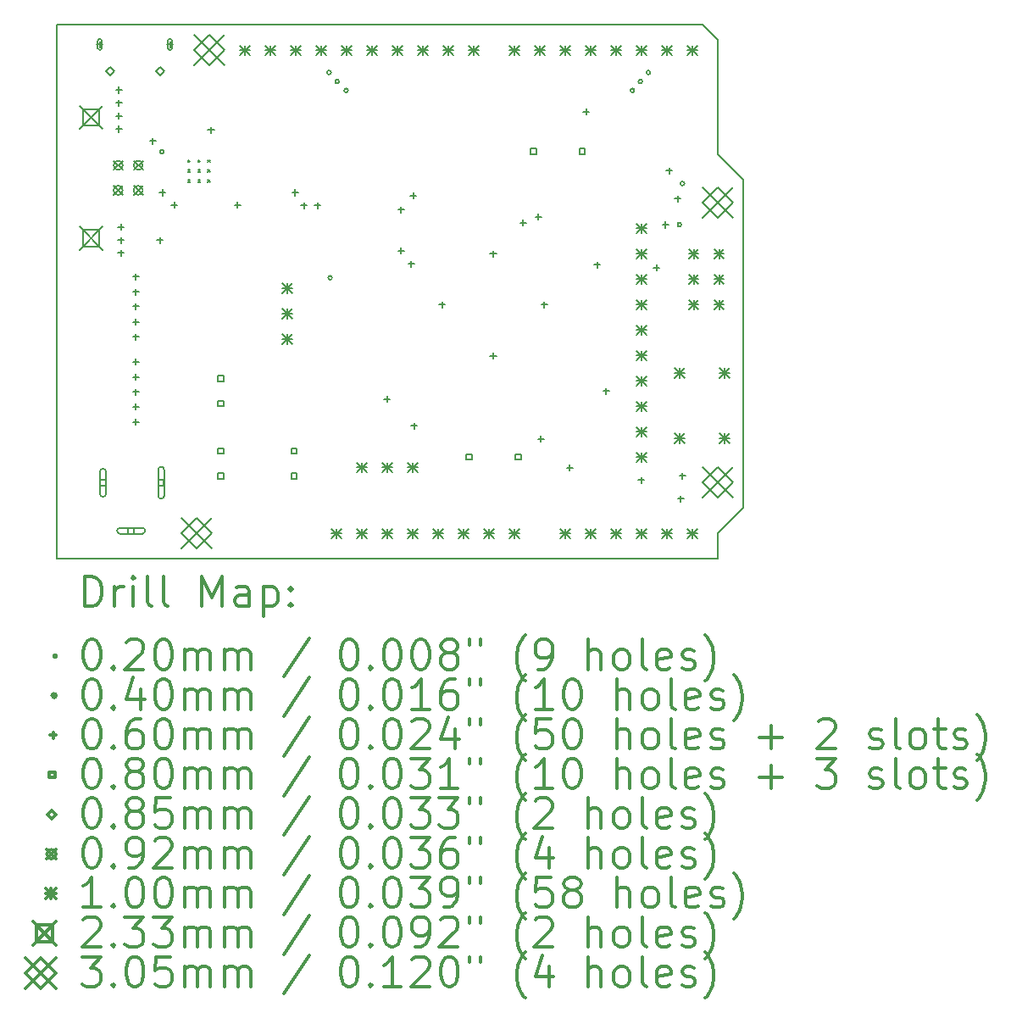
<source format=gbr>
%FSLAX45Y45*%
G04 Gerber Fmt 4.5, Leading zero omitted, Abs format (unit mm)*
G04 Created by KiCad (PCBNEW (5.0.1)-3) date 2019/2/24 上午 05:12:31*
%MOMM*%
%LPD*%
G01*
G04 APERTURE LIST*
%ADD10C,0.150000*%
%ADD11C,0.200000*%
%ADD12C,0.300000*%
G04 APERTURE END LIST*
D10*
X17703800Y-7454900D02*
X17551400Y-7302500D01*
X17703800Y-8597900D02*
X17703800Y-7454900D01*
X17957800Y-8851900D02*
X17703800Y-8597900D01*
X17957800Y-12128500D02*
X17957800Y-8851900D01*
X17703800Y-12382500D02*
X17957800Y-12128500D01*
X17703800Y-12636500D02*
X17703800Y-12382500D01*
X11099800Y-12636500D02*
X17703800Y-12636500D01*
X11099800Y-7302500D02*
X11099800Y-12636500D01*
X17551400Y-7302500D02*
X11099800Y-7302500D01*
D11*
X12410000Y-8650000D02*
X12430000Y-8670000D01*
X12430000Y-8650000D02*
X12410000Y-8670000D01*
X12410000Y-8750000D02*
X12430000Y-8770000D01*
X12430000Y-8750000D02*
X12410000Y-8770000D01*
X12410000Y-8850000D02*
X12430000Y-8870000D01*
X12430000Y-8850000D02*
X12410000Y-8870000D01*
X12510000Y-8650000D02*
X12530000Y-8670000D01*
X12530000Y-8650000D02*
X12510000Y-8670000D01*
X12510000Y-8750000D02*
X12530000Y-8770000D01*
X12530000Y-8750000D02*
X12510000Y-8770000D01*
X12510000Y-8850000D02*
X12530000Y-8870000D01*
X12530000Y-8850000D02*
X12510000Y-8870000D01*
X12610000Y-8650000D02*
X12630000Y-8670000D01*
X12630000Y-8650000D02*
X12610000Y-8670000D01*
X12610000Y-8750000D02*
X12630000Y-8770000D01*
X12630000Y-8750000D02*
X12610000Y-8770000D01*
X12610000Y-8850000D02*
X12630000Y-8870000D01*
X12630000Y-8850000D02*
X12610000Y-8870000D01*
X12170000Y-8570000D02*
G75*
G03X12170000Y-8570000I-20000J0D01*
G01*
X13839800Y-7776500D02*
G75*
G03X13839800Y-7776500I-20000J0D01*
G01*
X13849800Y-9826500D02*
G75*
G03X13849800Y-9826500I-20000J0D01*
G01*
X13919800Y-7866500D02*
G75*
G03X13919800Y-7866500I-20000J0D01*
G01*
X14009800Y-7956500D02*
G75*
G03X14009800Y-7956500I-20000J0D01*
G01*
X16869800Y-7956500D02*
G75*
G03X16869800Y-7956500I-20000J0D01*
G01*
X16949800Y-7866500D02*
G75*
G03X16949800Y-7866500I-20000J0D01*
G01*
X17029800Y-7776500D02*
G75*
G03X17029800Y-7776500I-20000J0D01*
G01*
X17339800Y-9296500D02*
G75*
G03X17339800Y-9296500I-20000J0D01*
G01*
X17369801Y-8886500D02*
G75*
G03X17369801Y-8886500I-20000J0D01*
G01*
X11720000Y-7920000D02*
X11720000Y-7980000D01*
X11690000Y-7950000D02*
X11750000Y-7950000D01*
X11720000Y-8050000D02*
X11720000Y-8110000D01*
X11690000Y-8080000D02*
X11750000Y-8080000D01*
X11720000Y-8180000D02*
X11720000Y-8240000D01*
X11690000Y-8210000D02*
X11750000Y-8210000D01*
X11720000Y-8310000D02*
X11720000Y-8370000D01*
X11690000Y-8340000D02*
X11750000Y-8340000D01*
X11740000Y-9290000D02*
X11740000Y-9350000D01*
X11710000Y-9320000D02*
X11770000Y-9320000D01*
X11740000Y-9420000D02*
X11740000Y-9480000D01*
X11710000Y-9450000D02*
X11770000Y-9450000D01*
X11740000Y-9550000D02*
X11740000Y-9610000D01*
X11710000Y-9580000D02*
X11770000Y-9580000D01*
X11889800Y-9786500D02*
X11889800Y-9846500D01*
X11859800Y-9816500D02*
X11919800Y-9816500D01*
X11889800Y-9936500D02*
X11889800Y-9996500D01*
X11859800Y-9966500D02*
X11919800Y-9966500D01*
X11889800Y-10081500D02*
X11889800Y-10141500D01*
X11859800Y-10111500D02*
X11919800Y-10111500D01*
X11889800Y-10236500D02*
X11889800Y-10296500D01*
X11859800Y-10266500D02*
X11919800Y-10266500D01*
X11889800Y-10386500D02*
X11889800Y-10446500D01*
X11859800Y-10416500D02*
X11919800Y-10416500D01*
X11889800Y-10636500D02*
X11889800Y-10696500D01*
X11859800Y-10666500D02*
X11919800Y-10666500D01*
X11889800Y-10786500D02*
X11889800Y-10846500D01*
X11859800Y-10816500D02*
X11919800Y-10816500D01*
X11889800Y-10936500D02*
X11889800Y-10996500D01*
X11859800Y-10966500D02*
X11919800Y-10966500D01*
X11889800Y-11086500D02*
X11889800Y-11146500D01*
X11859800Y-11116500D02*
X11919800Y-11116500D01*
X11889800Y-11236500D02*
X11889800Y-11296500D01*
X11859800Y-11266500D02*
X11919800Y-11266500D01*
X12060000Y-8429999D02*
X12060000Y-8489999D01*
X12030000Y-8459999D02*
X12090000Y-8459999D01*
X12130000Y-9420000D02*
X12130000Y-9480000D01*
X12100000Y-9450000D02*
X12160000Y-9450000D01*
X12155000Y-8945000D02*
X12155000Y-9005000D01*
X12125000Y-8975000D02*
X12185000Y-8975000D01*
X12275000Y-9070000D02*
X12275000Y-9130000D01*
X12245000Y-9100000D02*
X12305000Y-9100000D01*
X12640000Y-8320000D02*
X12640000Y-8380000D01*
X12610000Y-8350000D02*
X12670000Y-8350000D01*
X12905000Y-9070000D02*
X12905000Y-9130000D01*
X12875000Y-9100000D02*
X12935000Y-9100000D01*
X13480000Y-8945000D02*
X13480000Y-9005000D01*
X13450000Y-8975000D02*
X13510000Y-8975000D01*
X13570000Y-9075000D02*
X13570000Y-9135000D01*
X13540000Y-9105000D02*
X13600000Y-9105000D01*
X13705000Y-9075000D02*
X13705000Y-9135000D01*
X13675000Y-9105000D02*
X13735000Y-9105000D01*
X14399800Y-11006500D02*
X14399800Y-11066500D01*
X14369800Y-11036500D02*
X14429800Y-11036500D01*
X14539800Y-9116500D02*
X14539800Y-9176500D01*
X14509800Y-9146500D02*
X14569800Y-9146500D01*
X14539800Y-9526500D02*
X14539800Y-9586500D01*
X14509800Y-9556500D02*
X14569800Y-9556500D01*
X14639800Y-9656500D02*
X14639800Y-9716500D01*
X14609800Y-9686500D02*
X14669800Y-9686500D01*
X14659800Y-8976500D02*
X14659800Y-9036500D01*
X14629800Y-9006500D02*
X14689800Y-9006500D01*
X14669800Y-11276500D02*
X14669800Y-11336500D01*
X14639800Y-11306500D02*
X14699800Y-11306500D01*
X14949800Y-10066500D02*
X14949800Y-10126500D01*
X14919800Y-10096500D02*
X14979800Y-10096500D01*
X15459800Y-9556500D02*
X15459800Y-9616500D01*
X15429800Y-9586500D02*
X15489800Y-9586500D01*
X15459800Y-10576500D02*
X15459800Y-10636500D01*
X15429800Y-10606500D02*
X15489800Y-10606500D01*
X15759800Y-9246500D02*
X15759800Y-9306500D01*
X15729800Y-9276500D02*
X15789800Y-9276500D01*
X15909800Y-9186500D02*
X15909800Y-9246500D01*
X15879800Y-9216500D02*
X15939800Y-9216500D01*
X15935001Y-11405001D02*
X15935001Y-11465001D01*
X15905001Y-11435001D02*
X15965001Y-11435001D01*
X15969800Y-10066500D02*
X15969800Y-10126500D01*
X15939800Y-10096500D02*
X15999800Y-10096500D01*
X16225000Y-11695000D02*
X16225000Y-11755000D01*
X16195000Y-11725000D02*
X16255000Y-11725000D01*
X16389801Y-8136500D02*
X16389801Y-8196500D01*
X16359801Y-8166500D02*
X16419801Y-8166500D01*
X16499800Y-9666500D02*
X16499800Y-9726500D01*
X16469800Y-9696500D02*
X16529800Y-9696500D01*
X16589800Y-10926500D02*
X16589800Y-10986500D01*
X16559800Y-10956500D02*
X16619800Y-10956500D01*
X16939800Y-11816500D02*
X16939800Y-11876500D01*
X16909800Y-11846500D02*
X16969800Y-11846500D01*
X17089800Y-9696500D02*
X17089800Y-9756500D01*
X17059800Y-9726500D02*
X17119800Y-9726500D01*
X17179800Y-9266500D02*
X17179800Y-9326500D01*
X17149800Y-9296500D02*
X17209800Y-9296500D01*
X17219800Y-8726500D02*
X17219800Y-8786500D01*
X17189800Y-8756500D02*
X17249800Y-8756500D01*
X17304800Y-9006500D02*
X17304800Y-9066500D01*
X17274800Y-9036500D02*
X17334800Y-9036500D01*
X17334079Y-12002221D02*
X17334079Y-12062221D01*
X17304079Y-12032221D02*
X17364079Y-12032221D01*
X17349800Y-11776500D02*
X17349800Y-11836500D01*
X17319800Y-11806500D02*
X17379800Y-11806500D01*
X11529800Y-7466500D02*
X11529800Y-7526500D01*
X11499800Y-7496500D02*
X11559800Y-7496500D01*
X11549800Y-7531500D02*
X11549800Y-7461500D01*
X11509800Y-7531500D02*
X11509800Y-7461500D01*
X11549800Y-7461500D02*
G75*
G03X11509800Y-7461500I-20000J0D01*
G01*
X11509800Y-7531500D02*
G75*
G03X11549800Y-7531500I20000J0D01*
G01*
X12229800Y-7466500D02*
X12229800Y-7526500D01*
X12199800Y-7496500D02*
X12259800Y-7496500D01*
X12209800Y-7461500D02*
X12209800Y-7531500D01*
X12249800Y-7461500D02*
X12249800Y-7531500D01*
X12209800Y-7531500D02*
G75*
G03X12249800Y-7531500I20000J0D01*
G01*
X12249800Y-7461500D02*
G75*
G03X12209800Y-7461500I-20000J0D01*
G01*
X12763084Y-11584784D02*
X12763084Y-11528215D01*
X12706515Y-11528215D01*
X12706515Y-11584784D01*
X12763084Y-11584784D01*
X12763084Y-11834784D02*
X12763084Y-11778215D01*
X12706515Y-11778215D01*
X12706515Y-11834784D01*
X12763084Y-11834784D01*
X13498084Y-11584784D02*
X13498084Y-11528215D01*
X13441515Y-11528215D01*
X13441515Y-11584784D01*
X13498084Y-11584784D01*
X13498084Y-11834784D02*
X13498084Y-11778215D01*
X13441515Y-11778215D01*
X13441515Y-11834784D01*
X13498084Y-11834784D01*
X12764084Y-10860785D02*
X12764084Y-10804216D01*
X12707515Y-10804216D01*
X12707515Y-10860785D01*
X12764084Y-10860785D01*
X12764084Y-11110785D02*
X12764084Y-11054216D01*
X12707515Y-11054216D01*
X12707515Y-11110785D01*
X12764084Y-11110785D01*
X15248084Y-11644784D02*
X15248084Y-11588215D01*
X15191515Y-11588215D01*
X15191515Y-11644784D01*
X15248084Y-11644784D01*
X15736084Y-11644784D02*
X15736084Y-11588215D01*
X15679515Y-11588215D01*
X15679515Y-11644784D01*
X15736084Y-11644784D01*
X11589484Y-11902784D02*
X11589484Y-11846215D01*
X11532915Y-11846215D01*
X11532915Y-11902784D01*
X11589484Y-11902784D01*
X11531200Y-11764500D02*
X11531200Y-11984500D01*
X11591200Y-11764500D02*
X11591200Y-11984500D01*
X11531200Y-11984500D02*
G75*
G03X11591200Y-11984500I30000J0D01*
G01*
X11591200Y-11764500D02*
G75*
G03X11531200Y-11764500I-30000J0D01*
G01*
X11869484Y-12382784D02*
X11869484Y-12326215D01*
X11812915Y-12326215D01*
X11812915Y-12382784D01*
X11869484Y-12382784D01*
X11731200Y-12384500D02*
X11951200Y-12384500D01*
X11731200Y-12324500D02*
X11951200Y-12324500D01*
X11951200Y-12384500D02*
G75*
G03X11951200Y-12324500I0J30000D01*
G01*
X11731200Y-12324500D02*
G75*
G03X11731200Y-12384500I0J-30000D01*
G01*
X12169484Y-11902784D02*
X12169484Y-11846215D01*
X12112915Y-11846215D01*
X12112915Y-11902784D01*
X12169484Y-11902784D01*
X12111200Y-11744500D02*
X12111200Y-12004500D01*
X12171200Y-11744500D02*
X12171200Y-12004500D01*
X12111200Y-12004500D02*
G75*
G03X12171200Y-12004500I30000J0D01*
G01*
X12171200Y-11744500D02*
G75*
G03X12111200Y-11744500I-30000J0D01*
G01*
X15888084Y-8594785D02*
X15888084Y-8538216D01*
X15831515Y-8538216D01*
X15831515Y-8594785D01*
X15888084Y-8594785D01*
X16376084Y-8594785D02*
X16376084Y-8538216D01*
X16319515Y-8538216D01*
X16319515Y-8594785D01*
X16376084Y-8594785D01*
X11629800Y-7809000D02*
X11672300Y-7766500D01*
X11629800Y-7724000D01*
X11587300Y-7766500D01*
X11629800Y-7809000D01*
X12129800Y-7809000D02*
X12172300Y-7766500D01*
X12129800Y-7724000D01*
X12087300Y-7766500D01*
X12129800Y-7809000D01*
X11666600Y-8657500D02*
X11758600Y-8749500D01*
X11758600Y-8657500D02*
X11666600Y-8749500D01*
X11758600Y-8703500D02*
G75*
G03X11758600Y-8703500I-46000J0D01*
G01*
X11666600Y-8907500D02*
X11758600Y-8999500D01*
X11758600Y-8907500D02*
X11666600Y-8999500D01*
X11758600Y-8953500D02*
G75*
G03X11758600Y-8953500I-46000J0D01*
G01*
X11866600Y-8657500D02*
X11958600Y-8749500D01*
X11958600Y-8657500D02*
X11866600Y-8749500D01*
X11958600Y-8703500D02*
G75*
G03X11958600Y-8703500I-46000J0D01*
G01*
X11866600Y-8907500D02*
X11958600Y-8999500D01*
X11958600Y-8907500D02*
X11866600Y-8999500D01*
X11958600Y-8953500D02*
G75*
G03X11958600Y-8953500I-46000J0D01*
G01*
X13843800Y-12332500D02*
X13943800Y-12432500D01*
X13943800Y-12332500D02*
X13843800Y-12432500D01*
X13893800Y-12332500D02*
X13893800Y-12432500D01*
X13843800Y-12382500D02*
X13943800Y-12382500D01*
X14097800Y-12332500D02*
X14197800Y-12432500D01*
X14197800Y-12332500D02*
X14097800Y-12432500D01*
X14147800Y-12332500D02*
X14147800Y-12432500D01*
X14097800Y-12382500D02*
X14197800Y-12382500D01*
X14351800Y-12332500D02*
X14451800Y-12432500D01*
X14451800Y-12332500D02*
X14351800Y-12432500D01*
X14401800Y-12332500D02*
X14401800Y-12432500D01*
X14351800Y-12382500D02*
X14451800Y-12382500D01*
X14605800Y-12332500D02*
X14705800Y-12432500D01*
X14705800Y-12332500D02*
X14605800Y-12432500D01*
X14655800Y-12332500D02*
X14655800Y-12432500D01*
X14605800Y-12382500D02*
X14705800Y-12382500D01*
X14859800Y-12332500D02*
X14959800Y-12432500D01*
X14959800Y-12332500D02*
X14859800Y-12432500D01*
X14909800Y-12332500D02*
X14909800Y-12432500D01*
X14859800Y-12382500D02*
X14959800Y-12382500D01*
X15113800Y-12332500D02*
X15213800Y-12432500D01*
X15213800Y-12332500D02*
X15113800Y-12432500D01*
X15163800Y-12332500D02*
X15163800Y-12432500D01*
X15113800Y-12382500D02*
X15213800Y-12382500D01*
X15367800Y-12332500D02*
X15467800Y-12432500D01*
X15467800Y-12332500D02*
X15367800Y-12432500D01*
X15417800Y-12332500D02*
X15417800Y-12432500D01*
X15367800Y-12382500D02*
X15467800Y-12382500D01*
X15621800Y-12332500D02*
X15721800Y-12432500D01*
X15721800Y-12332500D02*
X15621800Y-12432500D01*
X15671800Y-12332500D02*
X15671800Y-12432500D01*
X15621800Y-12382500D02*
X15721800Y-12382500D01*
X13354800Y-9883500D02*
X13454800Y-9983500D01*
X13454800Y-9883500D02*
X13354800Y-9983500D01*
X13404800Y-9883500D02*
X13404800Y-9983500D01*
X13354800Y-9933500D02*
X13454800Y-9933500D01*
X13354800Y-10137500D02*
X13454800Y-10237500D01*
X13454800Y-10137500D02*
X13354800Y-10237500D01*
X13404800Y-10137500D02*
X13404800Y-10237500D01*
X13354800Y-10187500D02*
X13454800Y-10187500D01*
X13354800Y-10391500D02*
X13454800Y-10491500D01*
X13454800Y-10391500D02*
X13354800Y-10491500D01*
X13404800Y-10391500D02*
X13404800Y-10491500D01*
X13354800Y-10441500D02*
X13454800Y-10441500D01*
X15621800Y-7506500D02*
X15721800Y-7606500D01*
X15721800Y-7506500D02*
X15621800Y-7606500D01*
X15671800Y-7506500D02*
X15671800Y-7606500D01*
X15621800Y-7556500D02*
X15721800Y-7556500D01*
X15875800Y-7506500D02*
X15975800Y-7606500D01*
X15975800Y-7506500D02*
X15875800Y-7606500D01*
X15925800Y-7506500D02*
X15925800Y-7606500D01*
X15875800Y-7556500D02*
X15975800Y-7556500D01*
X16129800Y-7506500D02*
X16229800Y-7606500D01*
X16229800Y-7506500D02*
X16129800Y-7606500D01*
X16179800Y-7506500D02*
X16179800Y-7606500D01*
X16129800Y-7556500D02*
X16229800Y-7556500D01*
X16383800Y-7506500D02*
X16483800Y-7606500D01*
X16483800Y-7506500D02*
X16383800Y-7606500D01*
X16433800Y-7506500D02*
X16433800Y-7606500D01*
X16383800Y-7556500D02*
X16483800Y-7556500D01*
X16637800Y-7506500D02*
X16737800Y-7606500D01*
X16737800Y-7506500D02*
X16637800Y-7606500D01*
X16687800Y-7506500D02*
X16687800Y-7606500D01*
X16637800Y-7556500D02*
X16737800Y-7556500D01*
X16891800Y-7506500D02*
X16991800Y-7606500D01*
X16991800Y-7506500D02*
X16891800Y-7606500D01*
X16941800Y-7506500D02*
X16941800Y-7606500D01*
X16891800Y-7556500D02*
X16991800Y-7556500D01*
X17145800Y-7506500D02*
X17245800Y-7606500D01*
X17245800Y-7506500D02*
X17145800Y-7606500D01*
X17195800Y-7506500D02*
X17195800Y-7606500D01*
X17145800Y-7556500D02*
X17245800Y-7556500D01*
X17399800Y-7506500D02*
X17499800Y-7606500D01*
X17499800Y-7506500D02*
X17399800Y-7606500D01*
X17449800Y-7506500D02*
X17449800Y-7606500D01*
X17399800Y-7556500D02*
X17499800Y-7556500D01*
X16891800Y-9284500D02*
X16991800Y-9384500D01*
X16991800Y-9284500D02*
X16891800Y-9384500D01*
X16941800Y-9284500D02*
X16941800Y-9384500D01*
X16891800Y-9334500D02*
X16991800Y-9334500D01*
X16891800Y-9538500D02*
X16991800Y-9638500D01*
X16991800Y-9538500D02*
X16891800Y-9638500D01*
X16941800Y-9538500D02*
X16941800Y-9638500D01*
X16891800Y-9588500D02*
X16991800Y-9588500D01*
X16891800Y-9792500D02*
X16991800Y-9892500D01*
X16991800Y-9792500D02*
X16891800Y-9892500D01*
X16941800Y-9792500D02*
X16941800Y-9892500D01*
X16891800Y-9842500D02*
X16991800Y-9842500D01*
X16891800Y-10046500D02*
X16991800Y-10146500D01*
X16991800Y-10046500D02*
X16891800Y-10146500D01*
X16941800Y-10046500D02*
X16941800Y-10146500D01*
X16891800Y-10096500D02*
X16991800Y-10096500D01*
X16891800Y-10300500D02*
X16991800Y-10400500D01*
X16991800Y-10300500D02*
X16891800Y-10400500D01*
X16941800Y-10300500D02*
X16941800Y-10400500D01*
X16891800Y-10350500D02*
X16991800Y-10350500D01*
X16891800Y-10554500D02*
X16991800Y-10654500D01*
X16991800Y-10554500D02*
X16891800Y-10654500D01*
X16941800Y-10554500D02*
X16941800Y-10654500D01*
X16891800Y-10604500D02*
X16991800Y-10604500D01*
X16891800Y-10808500D02*
X16991800Y-10908500D01*
X16991800Y-10808500D02*
X16891800Y-10908500D01*
X16941800Y-10808500D02*
X16941800Y-10908500D01*
X16891800Y-10858500D02*
X16991800Y-10858500D01*
X16891800Y-11062500D02*
X16991800Y-11162500D01*
X16991800Y-11062500D02*
X16891800Y-11162500D01*
X16941800Y-11062500D02*
X16941800Y-11162500D01*
X16891800Y-11112500D02*
X16991800Y-11112500D01*
X16891800Y-11316500D02*
X16991800Y-11416500D01*
X16991800Y-11316500D02*
X16891800Y-11416500D01*
X16941800Y-11316500D02*
X16941800Y-11416500D01*
X16891800Y-11366500D02*
X16991800Y-11366500D01*
X16891800Y-11570500D02*
X16991800Y-11670500D01*
X16991800Y-11570500D02*
X16891800Y-11670500D01*
X16941800Y-11570500D02*
X16941800Y-11670500D01*
X16891800Y-11620500D02*
X16991800Y-11620500D01*
X16129800Y-12332500D02*
X16229800Y-12432500D01*
X16229800Y-12332500D02*
X16129800Y-12432500D01*
X16179800Y-12332500D02*
X16179800Y-12432500D01*
X16129800Y-12382500D02*
X16229800Y-12382500D01*
X16383800Y-12332500D02*
X16483800Y-12432500D01*
X16483800Y-12332500D02*
X16383800Y-12432500D01*
X16433800Y-12332500D02*
X16433800Y-12432500D01*
X16383800Y-12382500D02*
X16483800Y-12382500D01*
X16637800Y-12332500D02*
X16737800Y-12432500D01*
X16737800Y-12332500D02*
X16637800Y-12432500D01*
X16687800Y-12332500D02*
X16687800Y-12432500D01*
X16637800Y-12382500D02*
X16737800Y-12382500D01*
X16891800Y-12332500D02*
X16991800Y-12432500D01*
X16991800Y-12332500D02*
X16891800Y-12432500D01*
X16941800Y-12332500D02*
X16941800Y-12432500D01*
X16891800Y-12382500D02*
X16991800Y-12382500D01*
X17145800Y-12332500D02*
X17245800Y-12432500D01*
X17245800Y-12332500D02*
X17145800Y-12432500D01*
X17195800Y-12332500D02*
X17195800Y-12432500D01*
X17145800Y-12382500D02*
X17245800Y-12382500D01*
X17399800Y-12332500D02*
X17499800Y-12432500D01*
X17499800Y-12332500D02*
X17399800Y-12432500D01*
X17449800Y-12332500D02*
X17449800Y-12432500D01*
X17399800Y-12382500D02*
X17499800Y-12382500D01*
X12929400Y-7506500D02*
X13029400Y-7606500D01*
X13029400Y-7506500D02*
X12929400Y-7606500D01*
X12979400Y-7506500D02*
X12979400Y-7606500D01*
X12929400Y-7556500D02*
X13029400Y-7556500D01*
X13183400Y-7506500D02*
X13283400Y-7606500D01*
X13283400Y-7506500D02*
X13183400Y-7606500D01*
X13233400Y-7506500D02*
X13233400Y-7606500D01*
X13183400Y-7556500D02*
X13283400Y-7556500D01*
X13437400Y-7506500D02*
X13537400Y-7606500D01*
X13537400Y-7506500D02*
X13437400Y-7606500D01*
X13487400Y-7506500D02*
X13487400Y-7606500D01*
X13437400Y-7556500D02*
X13537400Y-7556500D01*
X13691400Y-7506500D02*
X13791400Y-7606500D01*
X13791400Y-7506500D02*
X13691400Y-7606500D01*
X13741400Y-7506500D02*
X13741400Y-7606500D01*
X13691400Y-7556500D02*
X13791400Y-7556500D01*
X13945400Y-7506500D02*
X14045400Y-7606500D01*
X14045400Y-7506500D02*
X13945400Y-7606500D01*
X13995400Y-7506500D02*
X13995400Y-7606500D01*
X13945400Y-7556500D02*
X14045400Y-7556500D01*
X14199400Y-7506500D02*
X14299400Y-7606500D01*
X14299400Y-7506500D02*
X14199400Y-7606500D01*
X14249400Y-7506500D02*
X14249400Y-7606500D01*
X14199400Y-7556500D02*
X14299400Y-7556500D01*
X14453400Y-7506500D02*
X14553400Y-7606500D01*
X14553400Y-7506500D02*
X14453400Y-7606500D01*
X14503400Y-7506500D02*
X14503400Y-7606500D01*
X14453400Y-7556500D02*
X14553400Y-7556500D01*
X14707400Y-7506500D02*
X14807400Y-7606500D01*
X14807400Y-7506500D02*
X14707400Y-7606500D01*
X14757400Y-7506500D02*
X14757400Y-7606500D01*
X14707400Y-7556500D02*
X14807400Y-7556500D01*
X14961400Y-7506500D02*
X15061400Y-7606500D01*
X15061400Y-7506500D02*
X14961400Y-7606500D01*
X15011400Y-7506500D02*
X15011400Y-7606500D01*
X14961400Y-7556500D02*
X15061400Y-7556500D01*
X15215400Y-7506500D02*
X15315400Y-7606500D01*
X15315400Y-7506500D02*
X15215400Y-7606500D01*
X15265400Y-7506500D02*
X15265400Y-7606500D01*
X15215400Y-7556500D02*
X15315400Y-7556500D01*
X14097800Y-11671500D02*
X14197800Y-11771500D01*
X14197800Y-11671500D02*
X14097800Y-11771500D01*
X14147800Y-11671500D02*
X14147800Y-11771500D01*
X14097800Y-11721500D02*
X14197800Y-11721500D01*
X14351800Y-11671500D02*
X14451800Y-11771500D01*
X14451800Y-11671500D02*
X14351800Y-11771500D01*
X14401800Y-11671500D02*
X14401800Y-11771500D01*
X14351800Y-11721500D02*
X14451800Y-11721500D01*
X14605800Y-11671500D02*
X14705800Y-11771500D01*
X14705800Y-11671500D02*
X14605800Y-11771500D01*
X14655800Y-11671500D02*
X14655800Y-11771500D01*
X14605800Y-11721500D02*
X14705800Y-11721500D01*
X17412500Y-9538500D02*
X17512500Y-9638500D01*
X17512500Y-9538500D02*
X17412500Y-9638500D01*
X17462500Y-9538500D02*
X17462500Y-9638500D01*
X17412500Y-9588500D02*
X17512500Y-9588500D01*
X17412500Y-9792500D02*
X17512500Y-9892500D01*
X17512500Y-9792500D02*
X17412500Y-9892500D01*
X17462500Y-9792500D02*
X17462500Y-9892500D01*
X17412500Y-9842500D02*
X17512500Y-9842500D01*
X17412500Y-10046500D02*
X17512500Y-10146500D01*
X17512500Y-10046500D02*
X17412500Y-10146500D01*
X17462500Y-10046500D02*
X17462500Y-10146500D01*
X17412500Y-10096500D02*
X17512500Y-10096500D01*
X17666500Y-9538500D02*
X17766500Y-9638500D01*
X17766500Y-9538500D02*
X17666500Y-9638500D01*
X17716500Y-9538500D02*
X17716500Y-9638500D01*
X17666500Y-9588500D02*
X17766500Y-9588500D01*
X17666500Y-9792500D02*
X17766500Y-9892500D01*
X17766500Y-9792500D02*
X17666500Y-9892500D01*
X17716500Y-9792500D02*
X17716500Y-9892500D01*
X17666500Y-9842500D02*
X17766500Y-9842500D01*
X17666500Y-10046500D02*
X17766500Y-10146500D01*
X17766500Y-10046500D02*
X17666500Y-10146500D01*
X17716500Y-10046500D02*
X17716500Y-10146500D01*
X17666500Y-10096500D02*
X17766500Y-10096500D01*
X17272800Y-10730000D02*
X17372800Y-10830000D01*
X17372800Y-10730000D02*
X17272800Y-10830000D01*
X17322800Y-10730000D02*
X17322800Y-10830000D01*
X17272800Y-10780000D02*
X17372800Y-10780000D01*
X17272800Y-11380000D02*
X17372800Y-11480000D01*
X17372800Y-11380000D02*
X17272800Y-11480000D01*
X17322800Y-11380000D02*
X17322800Y-11480000D01*
X17272800Y-11430000D02*
X17372800Y-11430000D01*
X17722800Y-10730000D02*
X17822800Y-10830000D01*
X17822800Y-10730000D02*
X17722800Y-10830000D01*
X17772800Y-10730000D02*
X17772800Y-10830000D01*
X17722800Y-10780000D02*
X17822800Y-10780000D01*
X17722800Y-11380000D02*
X17822800Y-11480000D01*
X17822800Y-11380000D02*
X17722800Y-11480000D01*
X17772800Y-11380000D02*
X17772800Y-11480000D01*
X17722800Y-11430000D02*
X17822800Y-11430000D01*
X11325100Y-8110000D02*
X11558100Y-8343000D01*
X11558100Y-8110000D02*
X11325100Y-8343000D01*
X11523979Y-8308879D02*
X11523979Y-8144121D01*
X11359221Y-8144121D01*
X11359221Y-8308879D01*
X11523979Y-8308879D01*
X11325100Y-9314000D02*
X11558100Y-9547000D01*
X11558100Y-9314000D02*
X11325100Y-9547000D01*
X11523979Y-9512879D02*
X11523979Y-9348121D01*
X11359221Y-9348121D01*
X11359221Y-9512879D01*
X11523979Y-9512879D01*
X17551400Y-11722100D02*
X17856200Y-12026900D01*
X17856200Y-11722100D02*
X17551400Y-12026900D01*
X17703800Y-12026900D02*
X17856200Y-11874500D01*
X17703800Y-11722100D01*
X17551400Y-11874500D01*
X17703800Y-12026900D01*
X12344400Y-12230100D02*
X12649200Y-12534900D01*
X12649200Y-12230100D02*
X12344400Y-12534900D01*
X12496800Y-12534900D02*
X12649200Y-12382500D01*
X12496800Y-12230100D01*
X12344400Y-12382500D01*
X12496800Y-12534900D01*
X17551400Y-8928100D02*
X17856200Y-9232900D01*
X17856200Y-8928100D02*
X17551400Y-9232900D01*
X17703800Y-9232900D02*
X17856200Y-9080500D01*
X17703800Y-8928100D01*
X17551400Y-9080500D01*
X17703800Y-9232900D01*
X12471400Y-7404100D02*
X12776200Y-7708900D01*
X12776200Y-7404100D02*
X12471400Y-7708900D01*
X12623800Y-7708900D02*
X12776200Y-7556500D01*
X12623800Y-7404100D01*
X12471400Y-7556500D01*
X12623800Y-7708900D01*
D12*
X11378728Y-13109714D02*
X11378728Y-12809714D01*
X11450157Y-12809714D01*
X11493014Y-12824000D01*
X11521586Y-12852571D01*
X11535871Y-12881143D01*
X11550157Y-12938286D01*
X11550157Y-12981143D01*
X11535871Y-13038286D01*
X11521586Y-13066857D01*
X11493014Y-13095429D01*
X11450157Y-13109714D01*
X11378728Y-13109714D01*
X11678728Y-13109714D02*
X11678728Y-12909714D01*
X11678728Y-12966857D02*
X11693014Y-12938286D01*
X11707300Y-12924000D01*
X11735871Y-12909714D01*
X11764443Y-12909714D01*
X11864443Y-13109714D02*
X11864443Y-12909714D01*
X11864443Y-12809714D02*
X11850157Y-12824000D01*
X11864443Y-12838286D01*
X11878728Y-12824000D01*
X11864443Y-12809714D01*
X11864443Y-12838286D01*
X12050157Y-13109714D02*
X12021586Y-13095429D01*
X12007300Y-13066857D01*
X12007300Y-12809714D01*
X12207300Y-13109714D02*
X12178728Y-13095429D01*
X12164443Y-13066857D01*
X12164443Y-12809714D01*
X12550157Y-13109714D02*
X12550157Y-12809714D01*
X12650157Y-13024000D01*
X12750157Y-12809714D01*
X12750157Y-13109714D01*
X13021586Y-13109714D02*
X13021586Y-12952571D01*
X13007300Y-12924000D01*
X12978728Y-12909714D01*
X12921586Y-12909714D01*
X12893014Y-12924000D01*
X13021586Y-13095429D02*
X12993014Y-13109714D01*
X12921586Y-13109714D01*
X12893014Y-13095429D01*
X12878728Y-13066857D01*
X12878728Y-13038286D01*
X12893014Y-13009714D01*
X12921586Y-12995429D01*
X12993014Y-12995429D01*
X13021586Y-12981143D01*
X13164443Y-12909714D02*
X13164443Y-13209714D01*
X13164443Y-12924000D02*
X13193014Y-12909714D01*
X13250157Y-12909714D01*
X13278728Y-12924000D01*
X13293014Y-12938286D01*
X13307300Y-12966857D01*
X13307300Y-13052571D01*
X13293014Y-13081143D01*
X13278728Y-13095429D01*
X13250157Y-13109714D01*
X13193014Y-13109714D01*
X13164443Y-13095429D01*
X13435871Y-13081143D02*
X13450157Y-13095429D01*
X13435871Y-13109714D01*
X13421586Y-13095429D01*
X13435871Y-13081143D01*
X13435871Y-13109714D01*
X13435871Y-12924000D02*
X13450157Y-12938286D01*
X13435871Y-12952571D01*
X13421586Y-12938286D01*
X13435871Y-12924000D01*
X13435871Y-12952571D01*
X11072300Y-13594000D02*
X11092300Y-13614000D01*
X11092300Y-13594000D02*
X11072300Y-13614000D01*
X11435871Y-13439714D02*
X11464443Y-13439714D01*
X11493014Y-13454000D01*
X11507300Y-13468286D01*
X11521586Y-13496857D01*
X11535871Y-13554000D01*
X11535871Y-13625429D01*
X11521586Y-13682571D01*
X11507300Y-13711143D01*
X11493014Y-13725429D01*
X11464443Y-13739714D01*
X11435871Y-13739714D01*
X11407300Y-13725429D01*
X11393014Y-13711143D01*
X11378728Y-13682571D01*
X11364443Y-13625429D01*
X11364443Y-13554000D01*
X11378728Y-13496857D01*
X11393014Y-13468286D01*
X11407300Y-13454000D01*
X11435871Y-13439714D01*
X11664443Y-13711143D02*
X11678728Y-13725429D01*
X11664443Y-13739714D01*
X11650157Y-13725429D01*
X11664443Y-13711143D01*
X11664443Y-13739714D01*
X11793014Y-13468286D02*
X11807300Y-13454000D01*
X11835871Y-13439714D01*
X11907300Y-13439714D01*
X11935871Y-13454000D01*
X11950157Y-13468286D01*
X11964443Y-13496857D01*
X11964443Y-13525429D01*
X11950157Y-13568286D01*
X11778728Y-13739714D01*
X11964443Y-13739714D01*
X12150157Y-13439714D02*
X12178728Y-13439714D01*
X12207300Y-13454000D01*
X12221586Y-13468286D01*
X12235871Y-13496857D01*
X12250157Y-13554000D01*
X12250157Y-13625429D01*
X12235871Y-13682571D01*
X12221586Y-13711143D01*
X12207300Y-13725429D01*
X12178728Y-13739714D01*
X12150157Y-13739714D01*
X12121586Y-13725429D01*
X12107300Y-13711143D01*
X12093014Y-13682571D01*
X12078728Y-13625429D01*
X12078728Y-13554000D01*
X12093014Y-13496857D01*
X12107300Y-13468286D01*
X12121586Y-13454000D01*
X12150157Y-13439714D01*
X12378728Y-13739714D02*
X12378728Y-13539714D01*
X12378728Y-13568286D02*
X12393014Y-13554000D01*
X12421586Y-13539714D01*
X12464443Y-13539714D01*
X12493014Y-13554000D01*
X12507300Y-13582571D01*
X12507300Y-13739714D01*
X12507300Y-13582571D02*
X12521586Y-13554000D01*
X12550157Y-13539714D01*
X12593014Y-13539714D01*
X12621586Y-13554000D01*
X12635871Y-13582571D01*
X12635871Y-13739714D01*
X12778728Y-13739714D02*
X12778728Y-13539714D01*
X12778728Y-13568286D02*
X12793014Y-13554000D01*
X12821586Y-13539714D01*
X12864443Y-13539714D01*
X12893014Y-13554000D01*
X12907300Y-13582571D01*
X12907300Y-13739714D01*
X12907300Y-13582571D02*
X12921586Y-13554000D01*
X12950157Y-13539714D01*
X12993014Y-13539714D01*
X13021586Y-13554000D01*
X13035871Y-13582571D01*
X13035871Y-13739714D01*
X13621586Y-13425429D02*
X13364443Y-13811143D01*
X14007300Y-13439714D02*
X14035871Y-13439714D01*
X14064443Y-13454000D01*
X14078728Y-13468286D01*
X14093014Y-13496857D01*
X14107300Y-13554000D01*
X14107300Y-13625429D01*
X14093014Y-13682571D01*
X14078728Y-13711143D01*
X14064443Y-13725429D01*
X14035871Y-13739714D01*
X14007300Y-13739714D01*
X13978728Y-13725429D01*
X13964443Y-13711143D01*
X13950157Y-13682571D01*
X13935871Y-13625429D01*
X13935871Y-13554000D01*
X13950157Y-13496857D01*
X13964443Y-13468286D01*
X13978728Y-13454000D01*
X14007300Y-13439714D01*
X14235871Y-13711143D02*
X14250157Y-13725429D01*
X14235871Y-13739714D01*
X14221586Y-13725429D01*
X14235871Y-13711143D01*
X14235871Y-13739714D01*
X14435871Y-13439714D02*
X14464443Y-13439714D01*
X14493014Y-13454000D01*
X14507300Y-13468286D01*
X14521586Y-13496857D01*
X14535871Y-13554000D01*
X14535871Y-13625429D01*
X14521586Y-13682571D01*
X14507300Y-13711143D01*
X14493014Y-13725429D01*
X14464443Y-13739714D01*
X14435871Y-13739714D01*
X14407300Y-13725429D01*
X14393014Y-13711143D01*
X14378728Y-13682571D01*
X14364443Y-13625429D01*
X14364443Y-13554000D01*
X14378728Y-13496857D01*
X14393014Y-13468286D01*
X14407300Y-13454000D01*
X14435871Y-13439714D01*
X14721586Y-13439714D02*
X14750157Y-13439714D01*
X14778728Y-13454000D01*
X14793014Y-13468286D01*
X14807300Y-13496857D01*
X14821586Y-13554000D01*
X14821586Y-13625429D01*
X14807300Y-13682571D01*
X14793014Y-13711143D01*
X14778728Y-13725429D01*
X14750157Y-13739714D01*
X14721586Y-13739714D01*
X14693014Y-13725429D01*
X14678728Y-13711143D01*
X14664443Y-13682571D01*
X14650157Y-13625429D01*
X14650157Y-13554000D01*
X14664443Y-13496857D01*
X14678728Y-13468286D01*
X14693014Y-13454000D01*
X14721586Y-13439714D01*
X14993014Y-13568286D02*
X14964443Y-13554000D01*
X14950157Y-13539714D01*
X14935871Y-13511143D01*
X14935871Y-13496857D01*
X14950157Y-13468286D01*
X14964443Y-13454000D01*
X14993014Y-13439714D01*
X15050157Y-13439714D01*
X15078728Y-13454000D01*
X15093014Y-13468286D01*
X15107300Y-13496857D01*
X15107300Y-13511143D01*
X15093014Y-13539714D01*
X15078728Y-13554000D01*
X15050157Y-13568286D01*
X14993014Y-13568286D01*
X14964443Y-13582571D01*
X14950157Y-13596857D01*
X14935871Y-13625429D01*
X14935871Y-13682571D01*
X14950157Y-13711143D01*
X14964443Y-13725429D01*
X14993014Y-13739714D01*
X15050157Y-13739714D01*
X15078728Y-13725429D01*
X15093014Y-13711143D01*
X15107300Y-13682571D01*
X15107300Y-13625429D01*
X15093014Y-13596857D01*
X15078728Y-13582571D01*
X15050157Y-13568286D01*
X15221586Y-13439714D02*
X15221586Y-13496857D01*
X15335871Y-13439714D02*
X15335871Y-13496857D01*
X15778728Y-13854000D02*
X15764443Y-13839714D01*
X15735871Y-13796857D01*
X15721586Y-13768286D01*
X15707300Y-13725429D01*
X15693014Y-13654000D01*
X15693014Y-13596857D01*
X15707300Y-13525429D01*
X15721586Y-13482571D01*
X15735871Y-13454000D01*
X15764443Y-13411143D01*
X15778728Y-13396857D01*
X15907300Y-13739714D02*
X15964443Y-13739714D01*
X15993014Y-13725429D01*
X16007300Y-13711143D01*
X16035871Y-13668286D01*
X16050157Y-13611143D01*
X16050157Y-13496857D01*
X16035871Y-13468286D01*
X16021586Y-13454000D01*
X15993014Y-13439714D01*
X15935871Y-13439714D01*
X15907300Y-13454000D01*
X15893014Y-13468286D01*
X15878728Y-13496857D01*
X15878728Y-13568286D01*
X15893014Y-13596857D01*
X15907300Y-13611143D01*
X15935871Y-13625429D01*
X15993014Y-13625429D01*
X16021586Y-13611143D01*
X16035871Y-13596857D01*
X16050157Y-13568286D01*
X16407300Y-13739714D02*
X16407300Y-13439714D01*
X16535871Y-13739714D02*
X16535871Y-13582571D01*
X16521586Y-13554000D01*
X16493014Y-13539714D01*
X16450157Y-13539714D01*
X16421586Y-13554000D01*
X16407300Y-13568286D01*
X16721586Y-13739714D02*
X16693014Y-13725429D01*
X16678728Y-13711143D01*
X16664443Y-13682571D01*
X16664443Y-13596857D01*
X16678728Y-13568286D01*
X16693014Y-13554000D01*
X16721586Y-13539714D01*
X16764443Y-13539714D01*
X16793014Y-13554000D01*
X16807300Y-13568286D01*
X16821586Y-13596857D01*
X16821586Y-13682571D01*
X16807300Y-13711143D01*
X16793014Y-13725429D01*
X16764443Y-13739714D01*
X16721586Y-13739714D01*
X16993014Y-13739714D02*
X16964443Y-13725429D01*
X16950157Y-13696857D01*
X16950157Y-13439714D01*
X17221586Y-13725429D02*
X17193014Y-13739714D01*
X17135871Y-13739714D01*
X17107300Y-13725429D01*
X17093014Y-13696857D01*
X17093014Y-13582571D01*
X17107300Y-13554000D01*
X17135871Y-13539714D01*
X17193014Y-13539714D01*
X17221586Y-13554000D01*
X17235871Y-13582571D01*
X17235871Y-13611143D01*
X17093014Y-13639714D01*
X17350157Y-13725429D02*
X17378728Y-13739714D01*
X17435871Y-13739714D01*
X17464443Y-13725429D01*
X17478728Y-13696857D01*
X17478728Y-13682571D01*
X17464443Y-13654000D01*
X17435871Y-13639714D01*
X17393014Y-13639714D01*
X17364443Y-13625429D01*
X17350157Y-13596857D01*
X17350157Y-13582571D01*
X17364443Y-13554000D01*
X17393014Y-13539714D01*
X17435871Y-13539714D01*
X17464443Y-13554000D01*
X17578728Y-13854000D02*
X17593014Y-13839714D01*
X17621586Y-13796857D01*
X17635871Y-13768286D01*
X17650157Y-13725429D01*
X17664443Y-13654000D01*
X17664443Y-13596857D01*
X17650157Y-13525429D01*
X17635871Y-13482571D01*
X17621586Y-13454000D01*
X17593014Y-13411143D01*
X17578728Y-13396857D01*
X11092300Y-14000000D02*
G75*
G03X11092300Y-14000000I-20000J0D01*
G01*
X11435871Y-13835714D02*
X11464443Y-13835714D01*
X11493014Y-13850000D01*
X11507300Y-13864286D01*
X11521586Y-13892857D01*
X11535871Y-13950000D01*
X11535871Y-14021429D01*
X11521586Y-14078571D01*
X11507300Y-14107143D01*
X11493014Y-14121429D01*
X11464443Y-14135714D01*
X11435871Y-14135714D01*
X11407300Y-14121429D01*
X11393014Y-14107143D01*
X11378728Y-14078571D01*
X11364443Y-14021429D01*
X11364443Y-13950000D01*
X11378728Y-13892857D01*
X11393014Y-13864286D01*
X11407300Y-13850000D01*
X11435871Y-13835714D01*
X11664443Y-14107143D02*
X11678728Y-14121429D01*
X11664443Y-14135714D01*
X11650157Y-14121429D01*
X11664443Y-14107143D01*
X11664443Y-14135714D01*
X11935871Y-13935714D02*
X11935871Y-14135714D01*
X11864443Y-13821429D02*
X11793014Y-14035714D01*
X11978728Y-14035714D01*
X12150157Y-13835714D02*
X12178728Y-13835714D01*
X12207300Y-13850000D01*
X12221586Y-13864286D01*
X12235871Y-13892857D01*
X12250157Y-13950000D01*
X12250157Y-14021429D01*
X12235871Y-14078571D01*
X12221586Y-14107143D01*
X12207300Y-14121429D01*
X12178728Y-14135714D01*
X12150157Y-14135714D01*
X12121586Y-14121429D01*
X12107300Y-14107143D01*
X12093014Y-14078571D01*
X12078728Y-14021429D01*
X12078728Y-13950000D01*
X12093014Y-13892857D01*
X12107300Y-13864286D01*
X12121586Y-13850000D01*
X12150157Y-13835714D01*
X12378728Y-14135714D02*
X12378728Y-13935714D01*
X12378728Y-13964286D02*
X12393014Y-13950000D01*
X12421586Y-13935714D01*
X12464443Y-13935714D01*
X12493014Y-13950000D01*
X12507300Y-13978571D01*
X12507300Y-14135714D01*
X12507300Y-13978571D02*
X12521586Y-13950000D01*
X12550157Y-13935714D01*
X12593014Y-13935714D01*
X12621586Y-13950000D01*
X12635871Y-13978571D01*
X12635871Y-14135714D01*
X12778728Y-14135714D02*
X12778728Y-13935714D01*
X12778728Y-13964286D02*
X12793014Y-13950000D01*
X12821586Y-13935714D01*
X12864443Y-13935714D01*
X12893014Y-13950000D01*
X12907300Y-13978571D01*
X12907300Y-14135714D01*
X12907300Y-13978571D02*
X12921586Y-13950000D01*
X12950157Y-13935714D01*
X12993014Y-13935714D01*
X13021586Y-13950000D01*
X13035871Y-13978571D01*
X13035871Y-14135714D01*
X13621586Y-13821429D02*
X13364443Y-14207143D01*
X14007300Y-13835714D02*
X14035871Y-13835714D01*
X14064443Y-13850000D01*
X14078728Y-13864286D01*
X14093014Y-13892857D01*
X14107300Y-13950000D01*
X14107300Y-14021429D01*
X14093014Y-14078571D01*
X14078728Y-14107143D01*
X14064443Y-14121429D01*
X14035871Y-14135714D01*
X14007300Y-14135714D01*
X13978728Y-14121429D01*
X13964443Y-14107143D01*
X13950157Y-14078571D01*
X13935871Y-14021429D01*
X13935871Y-13950000D01*
X13950157Y-13892857D01*
X13964443Y-13864286D01*
X13978728Y-13850000D01*
X14007300Y-13835714D01*
X14235871Y-14107143D02*
X14250157Y-14121429D01*
X14235871Y-14135714D01*
X14221586Y-14121429D01*
X14235871Y-14107143D01*
X14235871Y-14135714D01*
X14435871Y-13835714D02*
X14464443Y-13835714D01*
X14493014Y-13850000D01*
X14507300Y-13864286D01*
X14521586Y-13892857D01*
X14535871Y-13950000D01*
X14535871Y-14021429D01*
X14521586Y-14078571D01*
X14507300Y-14107143D01*
X14493014Y-14121429D01*
X14464443Y-14135714D01*
X14435871Y-14135714D01*
X14407300Y-14121429D01*
X14393014Y-14107143D01*
X14378728Y-14078571D01*
X14364443Y-14021429D01*
X14364443Y-13950000D01*
X14378728Y-13892857D01*
X14393014Y-13864286D01*
X14407300Y-13850000D01*
X14435871Y-13835714D01*
X14821586Y-14135714D02*
X14650157Y-14135714D01*
X14735871Y-14135714D02*
X14735871Y-13835714D01*
X14707300Y-13878571D01*
X14678728Y-13907143D01*
X14650157Y-13921429D01*
X15078728Y-13835714D02*
X15021586Y-13835714D01*
X14993014Y-13850000D01*
X14978728Y-13864286D01*
X14950157Y-13907143D01*
X14935871Y-13964286D01*
X14935871Y-14078571D01*
X14950157Y-14107143D01*
X14964443Y-14121429D01*
X14993014Y-14135714D01*
X15050157Y-14135714D01*
X15078728Y-14121429D01*
X15093014Y-14107143D01*
X15107300Y-14078571D01*
X15107300Y-14007143D01*
X15093014Y-13978571D01*
X15078728Y-13964286D01*
X15050157Y-13950000D01*
X14993014Y-13950000D01*
X14964443Y-13964286D01*
X14950157Y-13978571D01*
X14935871Y-14007143D01*
X15221586Y-13835714D02*
X15221586Y-13892857D01*
X15335871Y-13835714D02*
X15335871Y-13892857D01*
X15778728Y-14250000D02*
X15764443Y-14235714D01*
X15735871Y-14192857D01*
X15721586Y-14164286D01*
X15707300Y-14121429D01*
X15693014Y-14050000D01*
X15693014Y-13992857D01*
X15707300Y-13921429D01*
X15721586Y-13878571D01*
X15735871Y-13850000D01*
X15764443Y-13807143D01*
X15778728Y-13792857D01*
X16050157Y-14135714D02*
X15878728Y-14135714D01*
X15964443Y-14135714D02*
X15964443Y-13835714D01*
X15935871Y-13878571D01*
X15907300Y-13907143D01*
X15878728Y-13921429D01*
X16235871Y-13835714D02*
X16264443Y-13835714D01*
X16293014Y-13850000D01*
X16307300Y-13864286D01*
X16321586Y-13892857D01*
X16335871Y-13950000D01*
X16335871Y-14021429D01*
X16321586Y-14078571D01*
X16307300Y-14107143D01*
X16293014Y-14121429D01*
X16264443Y-14135714D01*
X16235871Y-14135714D01*
X16207300Y-14121429D01*
X16193014Y-14107143D01*
X16178728Y-14078571D01*
X16164443Y-14021429D01*
X16164443Y-13950000D01*
X16178728Y-13892857D01*
X16193014Y-13864286D01*
X16207300Y-13850000D01*
X16235871Y-13835714D01*
X16693014Y-14135714D02*
X16693014Y-13835714D01*
X16821586Y-14135714D02*
X16821586Y-13978571D01*
X16807300Y-13950000D01*
X16778728Y-13935714D01*
X16735871Y-13935714D01*
X16707300Y-13950000D01*
X16693014Y-13964286D01*
X17007300Y-14135714D02*
X16978728Y-14121429D01*
X16964443Y-14107143D01*
X16950157Y-14078571D01*
X16950157Y-13992857D01*
X16964443Y-13964286D01*
X16978728Y-13950000D01*
X17007300Y-13935714D01*
X17050157Y-13935714D01*
X17078728Y-13950000D01*
X17093014Y-13964286D01*
X17107300Y-13992857D01*
X17107300Y-14078571D01*
X17093014Y-14107143D01*
X17078728Y-14121429D01*
X17050157Y-14135714D01*
X17007300Y-14135714D01*
X17278728Y-14135714D02*
X17250157Y-14121429D01*
X17235871Y-14092857D01*
X17235871Y-13835714D01*
X17507300Y-14121429D02*
X17478728Y-14135714D01*
X17421586Y-14135714D01*
X17393014Y-14121429D01*
X17378728Y-14092857D01*
X17378728Y-13978571D01*
X17393014Y-13950000D01*
X17421586Y-13935714D01*
X17478728Y-13935714D01*
X17507300Y-13950000D01*
X17521586Y-13978571D01*
X17521586Y-14007143D01*
X17378728Y-14035714D01*
X17635871Y-14121429D02*
X17664443Y-14135714D01*
X17721586Y-14135714D01*
X17750157Y-14121429D01*
X17764443Y-14092857D01*
X17764443Y-14078571D01*
X17750157Y-14050000D01*
X17721586Y-14035714D01*
X17678728Y-14035714D01*
X17650157Y-14021429D01*
X17635871Y-13992857D01*
X17635871Y-13978571D01*
X17650157Y-13950000D01*
X17678728Y-13935714D01*
X17721586Y-13935714D01*
X17750157Y-13950000D01*
X17864443Y-14250000D02*
X17878728Y-14235714D01*
X17907300Y-14192857D01*
X17921586Y-14164286D01*
X17935871Y-14121429D01*
X17950157Y-14050000D01*
X17950157Y-13992857D01*
X17935871Y-13921429D01*
X17921586Y-13878571D01*
X17907300Y-13850000D01*
X17878728Y-13807143D01*
X17864443Y-13792857D01*
X11062300Y-14366000D02*
X11062300Y-14426000D01*
X11032300Y-14396000D02*
X11092300Y-14396000D01*
X11435871Y-14231714D02*
X11464443Y-14231714D01*
X11493014Y-14246000D01*
X11507300Y-14260286D01*
X11521586Y-14288857D01*
X11535871Y-14346000D01*
X11535871Y-14417429D01*
X11521586Y-14474571D01*
X11507300Y-14503143D01*
X11493014Y-14517429D01*
X11464443Y-14531714D01*
X11435871Y-14531714D01*
X11407300Y-14517429D01*
X11393014Y-14503143D01*
X11378728Y-14474571D01*
X11364443Y-14417429D01*
X11364443Y-14346000D01*
X11378728Y-14288857D01*
X11393014Y-14260286D01*
X11407300Y-14246000D01*
X11435871Y-14231714D01*
X11664443Y-14503143D02*
X11678728Y-14517429D01*
X11664443Y-14531714D01*
X11650157Y-14517429D01*
X11664443Y-14503143D01*
X11664443Y-14531714D01*
X11935871Y-14231714D02*
X11878728Y-14231714D01*
X11850157Y-14246000D01*
X11835871Y-14260286D01*
X11807300Y-14303143D01*
X11793014Y-14360286D01*
X11793014Y-14474571D01*
X11807300Y-14503143D01*
X11821586Y-14517429D01*
X11850157Y-14531714D01*
X11907300Y-14531714D01*
X11935871Y-14517429D01*
X11950157Y-14503143D01*
X11964443Y-14474571D01*
X11964443Y-14403143D01*
X11950157Y-14374571D01*
X11935871Y-14360286D01*
X11907300Y-14346000D01*
X11850157Y-14346000D01*
X11821586Y-14360286D01*
X11807300Y-14374571D01*
X11793014Y-14403143D01*
X12150157Y-14231714D02*
X12178728Y-14231714D01*
X12207300Y-14246000D01*
X12221586Y-14260286D01*
X12235871Y-14288857D01*
X12250157Y-14346000D01*
X12250157Y-14417429D01*
X12235871Y-14474571D01*
X12221586Y-14503143D01*
X12207300Y-14517429D01*
X12178728Y-14531714D01*
X12150157Y-14531714D01*
X12121586Y-14517429D01*
X12107300Y-14503143D01*
X12093014Y-14474571D01*
X12078728Y-14417429D01*
X12078728Y-14346000D01*
X12093014Y-14288857D01*
X12107300Y-14260286D01*
X12121586Y-14246000D01*
X12150157Y-14231714D01*
X12378728Y-14531714D02*
X12378728Y-14331714D01*
X12378728Y-14360286D02*
X12393014Y-14346000D01*
X12421586Y-14331714D01*
X12464443Y-14331714D01*
X12493014Y-14346000D01*
X12507300Y-14374571D01*
X12507300Y-14531714D01*
X12507300Y-14374571D02*
X12521586Y-14346000D01*
X12550157Y-14331714D01*
X12593014Y-14331714D01*
X12621586Y-14346000D01*
X12635871Y-14374571D01*
X12635871Y-14531714D01*
X12778728Y-14531714D02*
X12778728Y-14331714D01*
X12778728Y-14360286D02*
X12793014Y-14346000D01*
X12821586Y-14331714D01*
X12864443Y-14331714D01*
X12893014Y-14346000D01*
X12907300Y-14374571D01*
X12907300Y-14531714D01*
X12907300Y-14374571D02*
X12921586Y-14346000D01*
X12950157Y-14331714D01*
X12993014Y-14331714D01*
X13021586Y-14346000D01*
X13035871Y-14374571D01*
X13035871Y-14531714D01*
X13621586Y-14217429D02*
X13364443Y-14603143D01*
X14007300Y-14231714D02*
X14035871Y-14231714D01*
X14064443Y-14246000D01*
X14078728Y-14260286D01*
X14093014Y-14288857D01*
X14107300Y-14346000D01*
X14107300Y-14417429D01*
X14093014Y-14474571D01*
X14078728Y-14503143D01*
X14064443Y-14517429D01*
X14035871Y-14531714D01*
X14007300Y-14531714D01*
X13978728Y-14517429D01*
X13964443Y-14503143D01*
X13950157Y-14474571D01*
X13935871Y-14417429D01*
X13935871Y-14346000D01*
X13950157Y-14288857D01*
X13964443Y-14260286D01*
X13978728Y-14246000D01*
X14007300Y-14231714D01*
X14235871Y-14503143D02*
X14250157Y-14517429D01*
X14235871Y-14531714D01*
X14221586Y-14517429D01*
X14235871Y-14503143D01*
X14235871Y-14531714D01*
X14435871Y-14231714D02*
X14464443Y-14231714D01*
X14493014Y-14246000D01*
X14507300Y-14260286D01*
X14521586Y-14288857D01*
X14535871Y-14346000D01*
X14535871Y-14417429D01*
X14521586Y-14474571D01*
X14507300Y-14503143D01*
X14493014Y-14517429D01*
X14464443Y-14531714D01*
X14435871Y-14531714D01*
X14407300Y-14517429D01*
X14393014Y-14503143D01*
X14378728Y-14474571D01*
X14364443Y-14417429D01*
X14364443Y-14346000D01*
X14378728Y-14288857D01*
X14393014Y-14260286D01*
X14407300Y-14246000D01*
X14435871Y-14231714D01*
X14650157Y-14260286D02*
X14664443Y-14246000D01*
X14693014Y-14231714D01*
X14764443Y-14231714D01*
X14793014Y-14246000D01*
X14807300Y-14260286D01*
X14821586Y-14288857D01*
X14821586Y-14317429D01*
X14807300Y-14360286D01*
X14635871Y-14531714D01*
X14821586Y-14531714D01*
X15078728Y-14331714D02*
X15078728Y-14531714D01*
X15007300Y-14217429D02*
X14935871Y-14431714D01*
X15121586Y-14431714D01*
X15221586Y-14231714D02*
X15221586Y-14288857D01*
X15335871Y-14231714D02*
X15335871Y-14288857D01*
X15778728Y-14646000D02*
X15764443Y-14631714D01*
X15735871Y-14588857D01*
X15721586Y-14560286D01*
X15707300Y-14517429D01*
X15693014Y-14446000D01*
X15693014Y-14388857D01*
X15707300Y-14317429D01*
X15721586Y-14274571D01*
X15735871Y-14246000D01*
X15764443Y-14203143D01*
X15778728Y-14188857D01*
X16035871Y-14231714D02*
X15893014Y-14231714D01*
X15878728Y-14374571D01*
X15893014Y-14360286D01*
X15921586Y-14346000D01*
X15993014Y-14346000D01*
X16021586Y-14360286D01*
X16035871Y-14374571D01*
X16050157Y-14403143D01*
X16050157Y-14474571D01*
X16035871Y-14503143D01*
X16021586Y-14517429D01*
X15993014Y-14531714D01*
X15921586Y-14531714D01*
X15893014Y-14517429D01*
X15878728Y-14503143D01*
X16235871Y-14231714D02*
X16264443Y-14231714D01*
X16293014Y-14246000D01*
X16307300Y-14260286D01*
X16321586Y-14288857D01*
X16335871Y-14346000D01*
X16335871Y-14417429D01*
X16321586Y-14474571D01*
X16307300Y-14503143D01*
X16293014Y-14517429D01*
X16264443Y-14531714D01*
X16235871Y-14531714D01*
X16207300Y-14517429D01*
X16193014Y-14503143D01*
X16178728Y-14474571D01*
X16164443Y-14417429D01*
X16164443Y-14346000D01*
X16178728Y-14288857D01*
X16193014Y-14260286D01*
X16207300Y-14246000D01*
X16235871Y-14231714D01*
X16693014Y-14531714D02*
X16693014Y-14231714D01*
X16821586Y-14531714D02*
X16821586Y-14374571D01*
X16807300Y-14346000D01*
X16778728Y-14331714D01*
X16735871Y-14331714D01*
X16707300Y-14346000D01*
X16693014Y-14360286D01*
X17007300Y-14531714D02*
X16978728Y-14517429D01*
X16964443Y-14503143D01*
X16950157Y-14474571D01*
X16950157Y-14388857D01*
X16964443Y-14360286D01*
X16978728Y-14346000D01*
X17007300Y-14331714D01*
X17050157Y-14331714D01*
X17078728Y-14346000D01*
X17093014Y-14360286D01*
X17107300Y-14388857D01*
X17107300Y-14474571D01*
X17093014Y-14503143D01*
X17078728Y-14517429D01*
X17050157Y-14531714D01*
X17007300Y-14531714D01*
X17278728Y-14531714D02*
X17250157Y-14517429D01*
X17235871Y-14488857D01*
X17235871Y-14231714D01*
X17507300Y-14517429D02*
X17478728Y-14531714D01*
X17421586Y-14531714D01*
X17393014Y-14517429D01*
X17378728Y-14488857D01*
X17378728Y-14374571D01*
X17393014Y-14346000D01*
X17421586Y-14331714D01*
X17478728Y-14331714D01*
X17507300Y-14346000D01*
X17521586Y-14374571D01*
X17521586Y-14403143D01*
X17378728Y-14431714D01*
X17635871Y-14517429D02*
X17664443Y-14531714D01*
X17721586Y-14531714D01*
X17750157Y-14517429D01*
X17764443Y-14488857D01*
X17764443Y-14474571D01*
X17750157Y-14446000D01*
X17721586Y-14431714D01*
X17678728Y-14431714D01*
X17650157Y-14417429D01*
X17635871Y-14388857D01*
X17635871Y-14374571D01*
X17650157Y-14346000D01*
X17678728Y-14331714D01*
X17721586Y-14331714D01*
X17750157Y-14346000D01*
X18121586Y-14417429D02*
X18350157Y-14417429D01*
X18235871Y-14531714D02*
X18235871Y-14303143D01*
X18707300Y-14260286D02*
X18721586Y-14246000D01*
X18750157Y-14231714D01*
X18821586Y-14231714D01*
X18850157Y-14246000D01*
X18864443Y-14260286D01*
X18878728Y-14288857D01*
X18878728Y-14317429D01*
X18864443Y-14360286D01*
X18693014Y-14531714D01*
X18878728Y-14531714D01*
X19221586Y-14517429D02*
X19250157Y-14531714D01*
X19307300Y-14531714D01*
X19335871Y-14517429D01*
X19350157Y-14488857D01*
X19350157Y-14474571D01*
X19335871Y-14446000D01*
X19307300Y-14431714D01*
X19264443Y-14431714D01*
X19235871Y-14417429D01*
X19221586Y-14388857D01*
X19221586Y-14374571D01*
X19235871Y-14346000D01*
X19264443Y-14331714D01*
X19307300Y-14331714D01*
X19335871Y-14346000D01*
X19521586Y-14531714D02*
X19493014Y-14517429D01*
X19478728Y-14488857D01*
X19478728Y-14231714D01*
X19678728Y-14531714D02*
X19650157Y-14517429D01*
X19635871Y-14503143D01*
X19621586Y-14474571D01*
X19621586Y-14388857D01*
X19635871Y-14360286D01*
X19650157Y-14346000D01*
X19678728Y-14331714D01*
X19721586Y-14331714D01*
X19750157Y-14346000D01*
X19764443Y-14360286D01*
X19778728Y-14388857D01*
X19778728Y-14474571D01*
X19764443Y-14503143D01*
X19750157Y-14517429D01*
X19721586Y-14531714D01*
X19678728Y-14531714D01*
X19864443Y-14331714D02*
X19978728Y-14331714D01*
X19907300Y-14231714D02*
X19907300Y-14488857D01*
X19921586Y-14517429D01*
X19950157Y-14531714D01*
X19978728Y-14531714D01*
X20064443Y-14517429D02*
X20093014Y-14531714D01*
X20150157Y-14531714D01*
X20178728Y-14517429D01*
X20193014Y-14488857D01*
X20193014Y-14474571D01*
X20178728Y-14446000D01*
X20150157Y-14431714D01*
X20107300Y-14431714D01*
X20078728Y-14417429D01*
X20064443Y-14388857D01*
X20064443Y-14374571D01*
X20078728Y-14346000D01*
X20107300Y-14331714D01*
X20150157Y-14331714D01*
X20178728Y-14346000D01*
X20293014Y-14646000D02*
X20307300Y-14631714D01*
X20335871Y-14588857D01*
X20350157Y-14560286D01*
X20364443Y-14517429D01*
X20378728Y-14446000D01*
X20378728Y-14388857D01*
X20364443Y-14317429D01*
X20350157Y-14274571D01*
X20335871Y-14246000D01*
X20307300Y-14203143D01*
X20293014Y-14188857D01*
X11080584Y-14820285D02*
X11080584Y-14763716D01*
X11024015Y-14763716D01*
X11024015Y-14820285D01*
X11080584Y-14820285D01*
X11435871Y-14627714D02*
X11464443Y-14627714D01*
X11493014Y-14642000D01*
X11507300Y-14656286D01*
X11521586Y-14684857D01*
X11535871Y-14742000D01*
X11535871Y-14813429D01*
X11521586Y-14870571D01*
X11507300Y-14899143D01*
X11493014Y-14913429D01*
X11464443Y-14927714D01*
X11435871Y-14927714D01*
X11407300Y-14913429D01*
X11393014Y-14899143D01*
X11378728Y-14870571D01*
X11364443Y-14813429D01*
X11364443Y-14742000D01*
X11378728Y-14684857D01*
X11393014Y-14656286D01*
X11407300Y-14642000D01*
X11435871Y-14627714D01*
X11664443Y-14899143D02*
X11678728Y-14913429D01*
X11664443Y-14927714D01*
X11650157Y-14913429D01*
X11664443Y-14899143D01*
X11664443Y-14927714D01*
X11850157Y-14756286D02*
X11821586Y-14742000D01*
X11807300Y-14727714D01*
X11793014Y-14699143D01*
X11793014Y-14684857D01*
X11807300Y-14656286D01*
X11821586Y-14642000D01*
X11850157Y-14627714D01*
X11907300Y-14627714D01*
X11935871Y-14642000D01*
X11950157Y-14656286D01*
X11964443Y-14684857D01*
X11964443Y-14699143D01*
X11950157Y-14727714D01*
X11935871Y-14742000D01*
X11907300Y-14756286D01*
X11850157Y-14756286D01*
X11821586Y-14770571D01*
X11807300Y-14784857D01*
X11793014Y-14813429D01*
X11793014Y-14870571D01*
X11807300Y-14899143D01*
X11821586Y-14913429D01*
X11850157Y-14927714D01*
X11907300Y-14927714D01*
X11935871Y-14913429D01*
X11950157Y-14899143D01*
X11964443Y-14870571D01*
X11964443Y-14813429D01*
X11950157Y-14784857D01*
X11935871Y-14770571D01*
X11907300Y-14756286D01*
X12150157Y-14627714D02*
X12178728Y-14627714D01*
X12207300Y-14642000D01*
X12221586Y-14656286D01*
X12235871Y-14684857D01*
X12250157Y-14742000D01*
X12250157Y-14813429D01*
X12235871Y-14870571D01*
X12221586Y-14899143D01*
X12207300Y-14913429D01*
X12178728Y-14927714D01*
X12150157Y-14927714D01*
X12121586Y-14913429D01*
X12107300Y-14899143D01*
X12093014Y-14870571D01*
X12078728Y-14813429D01*
X12078728Y-14742000D01*
X12093014Y-14684857D01*
X12107300Y-14656286D01*
X12121586Y-14642000D01*
X12150157Y-14627714D01*
X12378728Y-14927714D02*
X12378728Y-14727714D01*
X12378728Y-14756286D02*
X12393014Y-14742000D01*
X12421586Y-14727714D01*
X12464443Y-14727714D01*
X12493014Y-14742000D01*
X12507300Y-14770571D01*
X12507300Y-14927714D01*
X12507300Y-14770571D02*
X12521586Y-14742000D01*
X12550157Y-14727714D01*
X12593014Y-14727714D01*
X12621586Y-14742000D01*
X12635871Y-14770571D01*
X12635871Y-14927714D01*
X12778728Y-14927714D02*
X12778728Y-14727714D01*
X12778728Y-14756286D02*
X12793014Y-14742000D01*
X12821586Y-14727714D01*
X12864443Y-14727714D01*
X12893014Y-14742000D01*
X12907300Y-14770571D01*
X12907300Y-14927714D01*
X12907300Y-14770571D02*
X12921586Y-14742000D01*
X12950157Y-14727714D01*
X12993014Y-14727714D01*
X13021586Y-14742000D01*
X13035871Y-14770571D01*
X13035871Y-14927714D01*
X13621586Y-14613429D02*
X13364443Y-14999143D01*
X14007300Y-14627714D02*
X14035871Y-14627714D01*
X14064443Y-14642000D01*
X14078728Y-14656286D01*
X14093014Y-14684857D01*
X14107300Y-14742000D01*
X14107300Y-14813429D01*
X14093014Y-14870571D01*
X14078728Y-14899143D01*
X14064443Y-14913429D01*
X14035871Y-14927714D01*
X14007300Y-14927714D01*
X13978728Y-14913429D01*
X13964443Y-14899143D01*
X13950157Y-14870571D01*
X13935871Y-14813429D01*
X13935871Y-14742000D01*
X13950157Y-14684857D01*
X13964443Y-14656286D01*
X13978728Y-14642000D01*
X14007300Y-14627714D01*
X14235871Y-14899143D02*
X14250157Y-14913429D01*
X14235871Y-14927714D01*
X14221586Y-14913429D01*
X14235871Y-14899143D01*
X14235871Y-14927714D01*
X14435871Y-14627714D02*
X14464443Y-14627714D01*
X14493014Y-14642000D01*
X14507300Y-14656286D01*
X14521586Y-14684857D01*
X14535871Y-14742000D01*
X14535871Y-14813429D01*
X14521586Y-14870571D01*
X14507300Y-14899143D01*
X14493014Y-14913429D01*
X14464443Y-14927714D01*
X14435871Y-14927714D01*
X14407300Y-14913429D01*
X14393014Y-14899143D01*
X14378728Y-14870571D01*
X14364443Y-14813429D01*
X14364443Y-14742000D01*
X14378728Y-14684857D01*
X14393014Y-14656286D01*
X14407300Y-14642000D01*
X14435871Y-14627714D01*
X14635871Y-14627714D02*
X14821586Y-14627714D01*
X14721586Y-14742000D01*
X14764443Y-14742000D01*
X14793014Y-14756286D01*
X14807300Y-14770571D01*
X14821586Y-14799143D01*
X14821586Y-14870571D01*
X14807300Y-14899143D01*
X14793014Y-14913429D01*
X14764443Y-14927714D01*
X14678728Y-14927714D01*
X14650157Y-14913429D01*
X14635871Y-14899143D01*
X15107300Y-14927714D02*
X14935871Y-14927714D01*
X15021586Y-14927714D02*
X15021586Y-14627714D01*
X14993014Y-14670571D01*
X14964443Y-14699143D01*
X14935871Y-14713429D01*
X15221586Y-14627714D02*
X15221586Y-14684857D01*
X15335871Y-14627714D02*
X15335871Y-14684857D01*
X15778728Y-15042000D02*
X15764443Y-15027714D01*
X15735871Y-14984857D01*
X15721586Y-14956286D01*
X15707300Y-14913429D01*
X15693014Y-14842000D01*
X15693014Y-14784857D01*
X15707300Y-14713429D01*
X15721586Y-14670571D01*
X15735871Y-14642000D01*
X15764443Y-14599143D01*
X15778728Y-14584857D01*
X16050157Y-14927714D02*
X15878728Y-14927714D01*
X15964443Y-14927714D02*
X15964443Y-14627714D01*
X15935871Y-14670571D01*
X15907300Y-14699143D01*
X15878728Y-14713429D01*
X16235871Y-14627714D02*
X16264443Y-14627714D01*
X16293014Y-14642000D01*
X16307300Y-14656286D01*
X16321586Y-14684857D01*
X16335871Y-14742000D01*
X16335871Y-14813429D01*
X16321586Y-14870571D01*
X16307300Y-14899143D01*
X16293014Y-14913429D01*
X16264443Y-14927714D01*
X16235871Y-14927714D01*
X16207300Y-14913429D01*
X16193014Y-14899143D01*
X16178728Y-14870571D01*
X16164443Y-14813429D01*
X16164443Y-14742000D01*
X16178728Y-14684857D01*
X16193014Y-14656286D01*
X16207300Y-14642000D01*
X16235871Y-14627714D01*
X16693014Y-14927714D02*
X16693014Y-14627714D01*
X16821586Y-14927714D02*
X16821586Y-14770571D01*
X16807300Y-14742000D01*
X16778728Y-14727714D01*
X16735871Y-14727714D01*
X16707300Y-14742000D01*
X16693014Y-14756286D01*
X17007300Y-14927714D02*
X16978728Y-14913429D01*
X16964443Y-14899143D01*
X16950157Y-14870571D01*
X16950157Y-14784857D01*
X16964443Y-14756286D01*
X16978728Y-14742000D01*
X17007300Y-14727714D01*
X17050157Y-14727714D01*
X17078728Y-14742000D01*
X17093014Y-14756286D01*
X17107300Y-14784857D01*
X17107300Y-14870571D01*
X17093014Y-14899143D01*
X17078728Y-14913429D01*
X17050157Y-14927714D01*
X17007300Y-14927714D01*
X17278728Y-14927714D02*
X17250157Y-14913429D01*
X17235871Y-14884857D01*
X17235871Y-14627714D01*
X17507300Y-14913429D02*
X17478728Y-14927714D01*
X17421586Y-14927714D01*
X17393014Y-14913429D01*
X17378728Y-14884857D01*
X17378728Y-14770571D01*
X17393014Y-14742000D01*
X17421586Y-14727714D01*
X17478728Y-14727714D01*
X17507300Y-14742000D01*
X17521586Y-14770571D01*
X17521586Y-14799143D01*
X17378728Y-14827714D01*
X17635871Y-14913429D02*
X17664443Y-14927714D01*
X17721586Y-14927714D01*
X17750157Y-14913429D01*
X17764443Y-14884857D01*
X17764443Y-14870571D01*
X17750157Y-14842000D01*
X17721586Y-14827714D01*
X17678728Y-14827714D01*
X17650157Y-14813429D01*
X17635871Y-14784857D01*
X17635871Y-14770571D01*
X17650157Y-14742000D01*
X17678728Y-14727714D01*
X17721586Y-14727714D01*
X17750157Y-14742000D01*
X18121586Y-14813429D02*
X18350157Y-14813429D01*
X18235871Y-14927714D02*
X18235871Y-14699143D01*
X18693014Y-14627714D02*
X18878728Y-14627714D01*
X18778728Y-14742000D01*
X18821586Y-14742000D01*
X18850157Y-14756286D01*
X18864443Y-14770571D01*
X18878728Y-14799143D01*
X18878728Y-14870571D01*
X18864443Y-14899143D01*
X18850157Y-14913429D01*
X18821586Y-14927714D01*
X18735871Y-14927714D01*
X18707300Y-14913429D01*
X18693014Y-14899143D01*
X19221586Y-14913429D02*
X19250157Y-14927714D01*
X19307300Y-14927714D01*
X19335871Y-14913429D01*
X19350157Y-14884857D01*
X19350157Y-14870571D01*
X19335871Y-14842000D01*
X19307300Y-14827714D01*
X19264443Y-14827714D01*
X19235871Y-14813429D01*
X19221586Y-14784857D01*
X19221586Y-14770571D01*
X19235871Y-14742000D01*
X19264443Y-14727714D01*
X19307300Y-14727714D01*
X19335871Y-14742000D01*
X19521586Y-14927714D02*
X19493014Y-14913429D01*
X19478728Y-14884857D01*
X19478728Y-14627714D01*
X19678728Y-14927714D02*
X19650157Y-14913429D01*
X19635871Y-14899143D01*
X19621586Y-14870571D01*
X19621586Y-14784857D01*
X19635871Y-14756286D01*
X19650157Y-14742000D01*
X19678728Y-14727714D01*
X19721586Y-14727714D01*
X19750157Y-14742000D01*
X19764443Y-14756286D01*
X19778728Y-14784857D01*
X19778728Y-14870571D01*
X19764443Y-14899143D01*
X19750157Y-14913429D01*
X19721586Y-14927714D01*
X19678728Y-14927714D01*
X19864443Y-14727714D02*
X19978728Y-14727714D01*
X19907300Y-14627714D02*
X19907300Y-14884857D01*
X19921586Y-14913429D01*
X19950157Y-14927714D01*
X19978728Y-14927714D01*
X20064443Y-14913429D02*
X20093014Y-14927714D01*
X20150157Y-14927714D01*
X20178728Y-14913429D01*
X20193014Y-14884857D01*
X20193014Y-14870571D01*
X20178728Y-14842000D01*
X20150157Y-14827714D01*
X20107300Y-14827714D01*
X20078728Y-14813429D01*
X20064443Y-14784857D01*
X20064443Y-14770571D01*
X20078728Y-14742000D01*
X20107300Y-14727714D01*
X20150157Y-14727714D01*
X20178728Y-14742000D01*
X20293014Y-15042000D02*
X20307300Y-15027714D01*
X20335871Y-14984857D01*
X20350157Y-14956286D01*
X20364443Y-14913429D01*
X20378728Y-14842000D01*
X20378728Y-14784857D01*
X20364443Y-14713429D01*
X20350157Y-14670571D01*
X20335871Y-14642000D01*
X20307300Y-14599143D01*
X20293014Y-14584857D01*
X11049800Y-15230500D02*
X11092300Y-15188000D01*
X11049800Y-15145500D01*
X11007300Y-15188000D01*
X11049800Y-15230500D01*
X11435871Y-15023714D02*
X11464443Y-15023714D01*
X11493014Y-15038000D01*
X11507300Y-15052286D01*
X11521586Y-15080857D01*
X11535871Y-15138000D01*
X11535871Y-15209429D01*
X11521586Y-15266571D01*
X11507300Y-15295143D01*
X11493014Y-15309429D01*
X11464443Y-15323714D01*
X11435871Y-15323714D01*
X11407300Y-15309429D01*
X11393014Y-15295143D01*
X11378728Y-15266571D01*
X11364443Y-15209429D01*
X11364443Y-15138000D01*
X11378728Y-15080857D01*
X11393014Y-15052286D01*
X11407300Y-15038000D01*
X11435871Y-15023714D01*
X11664443Y-15295143D02*
X11678728Y-15309429D01*
X11664443Y-15323714D01*
X11650157Y-15309429D01*
X11664443Y-15295143D01*
X11664443Y-15323714D01*
X11850157Y-15152286D02*
X11821586Y-15138000D01*
X11807300Y-15123714D01*
X11793014Y-15095143D01*
X11793014Y-15080857D01*
X11807300Y-15052286D01*
X11821586Y-15038000D01*
X11850157Y-15023714D01*
X11907300Y-15023714D01*
X11935871Y-15038000D01*
X11950157Y-15052286D01*
X11964443Y-15080857D01*
X11964443Y-15095143D01*
X11950157Y-15123714D01*
X11935871Y-15138000D01*
X11907300Y-15152286D01*
X11850157Y-15152286D01*
X11821586Y-15166571D01*
X11807300Y-15180857D01*
X11793014Y-15209429D01*
X11793014Y-15266571D01*
X11807300Y-15295143D01*
X11821586Y-15309429D01*
X11850157Y-15323714D01*
X11907300Y-15323714D01*
X11935871Y-15309429D01*
X11950157Y-15295143D01*
X11964443Y-15266571D01*
X11964443Y-15209429D01*
X11950157Y-15180857D01*
X11935871Y-15166571D01*
X11907300Y-15152286D01*
X12235871Y-15023714D02*
X12093014Y-15023714D01*
X12078728Y-15166571D01*
X12093014Y-15152286D01*
X12121586Y-15138000D01*
X12193014Y-15138000D01*
X12221586Y-15152286D01*
X12235871Y-15166571D01*
X12250157Y-15195143D01*
X12250157Y-15266571D01*
X12235871Y-15295143D01*
X12221586Y-15309429D01*
X12193014Y-15323714D01*
X12121586Y-15323714D01*
X12093014Y-15309429D01*
X12078728Y-15295143D01*
X12378728Y-15323714D02*
X12378728Y-15123714D01*
X12378728Y-15152286D02*
X12393014Y-15138000D01*
X12421586Y-15123714D01*
X12464443Y-15123714D01*
X12493014Y-15138000D01*
X12507300Y-15166571D01*
X12507300Y-15323714D01*
X12507300Y-15166571D02*
X12521586Y-15138000D01*
X12550157Y-15123714D01*
X12593014Y-15123714D01*
X12621586Y-15138000D01*
X12635871Y-15166571D01*
X12635871Y-15323714D01*
X12778728Y-15323714D02*
X12778728Y-15123714D01*
X12778728Y-15152286D02*
X12793014Y-15138000D01*
X12821586Y-15123714D01*
X12864443Y-15123714D01*
X12893014Y-15138000D01*
X12907300Y-15166571D01*
X12907300Y-15323714D01*
X12907300Y-15166571D02*
X12921586Y-15138000D01*
X12950157Y-15123714D01*
X12993014Y-15123714D01*
X13021586Y-15138000D01*
X13035871Y-15166571D01*
X13035871Y-15323714D01*
X13621586Y-15009429D02*
X13364443Y-15395143D01*
X14007300Y-15023714D02*
X14035871Y-15023714D01*
X14064443Y-15038000D01*
X14078728Y-15052286D01*
X14093014Y-15080857D01*
X14107300Y-15138000D01*
X14107300Y-15209429D01*
X14093014Y-15266571D01*
X14078728Y-15295143D01*
X14064443Y-15309429D01*
X14035871Y-15323714D01*
X14007300Y-15323714D01*
X13978728Y-15309429D01*
X13964443Y-15295143D01*
X13950157Y-15266571D01*
X13935871Y-15209429D01*
X13935871Y-15138000D01*
X13950157Y-15080857D01*
X13964443Y-15052286D01*
X13978728Y-15038000D01*
X14007300Y-15023714D01*
X14235871Y-15295143D02*
X14250157Y-15309429D01*
X14235871Y-15323714D01*
X14221586Y-15309429D01*
X14235871Y-15295143D01*
X14235871Y-15323714D01*
X14435871Y-15023714D02*
X14464443Y-15023714D01*
X14493014Y-15038000D01*
X14507300Y-15052286D01*
X14521586Y-15080857D01*
X14535871Y-15138000D01*
X14535871Y-15209429D01*
X14521586Y-15266571D01*
X14507300Y-15295143D01*
X14493014Y-15309429D01*
X14464443Y-15323714D01*
X14435871Y-15323714D01*
X14407300Y-15309429D01*
X14393014Y-15295143D01*
X14378728Y-15266571D01*
X14364443Y-15209429D01*
X14364443Y-15138000D01*
X14378728Y-15080857D01*
X14393014Y-15052286D01*
X14407300Y-15038000D01*
X14435871Y-15023714D01*
X14635871Y-15023714D02*
X14821586Y-15023714D01*
X14721586Y-15138000D01*
X14764443Y-15138000D01*
X14793014Y-15152286D01*
X14807300Y-15166571D01*
X14821586Y-15195143D01*
X14821586Y-15266571D01*
X14807300Y-15295143D01*
X14793014Y-15309429D01*
X14764443Y-15323714D01*
X14678728Y-15323714D01*
X14650157Y-15309429D01*
X14635871Y-15295143D01*
X14921586Y-15023714D02*
X15107300Y-15023714D01*
X15007300Y-15138000D01*
X15050157Y-15138000D01*
X15078728Y-15152286D01*
X15093014Y-15166571D01*
X15107300Y-15195143D01*
X15107300Y-15266571D01*
X15093014Y-15295143D01*
X15078728Y-15309429D01*
X15050157Y-15323714D01*
X14964443Y-15323714D01*
X14935871Y-15309429D01*
X14921586Y-15295143D01*
X15221586Y-15023714D02*
X15221586Y-15080857D01*
X15335871Y-15023714D02*
X15335871Y-15080857D01*
X15778728Y-15438000D02*
X15764443Y-15423714D01*
X15735871Y-15380857D01*
X15721586Y-15352286D01*
X15707300Y-15309429D01*
X15693014Y-15238000D01*
X15693014Y-15180857D01*
X15707300Y-15109429D01*
X15721586Y-15066571D01*
X15735871Y-15038000D01*
X15764443Y-14995143D01*
X15778728Y-14980857D01*
X15878728Y-15052286D02*
X15893014Y-15038000D01*
X15921586Y-15023714D01*
X15993014Y-15023714D01*
X16021586Y-15038000D01*
X16035871Y-15052286D01*
X16050157Y-15080857D01*
X16050157Y-15109429D01*
X16035871Y-15152286D01*
X15864443Y-15323714D01*
X16050157Y-15323714D01*
X16407300Y-15323714D02*
X16407300Y-15023714D01*
X16535871Y-15323714D02*
X16535871Y-15166571D01*
X16521586Y-15138000D01*
X16493014Y-15123714D01*
X16450157Y-15123714D01*
X16421586Y-15138000D01*
X16407300Y-15152286D01*
X16721586Y-15323714D02*
X16693014Y-15309429D01*
X16678728Y-15295143D01*
X16664443Y-15266571D01*
X16664443Y-15180857D01*
X16678728Y-15152286D01*
X16693014Y-15138000D01*
X16721586Y-15123714D01*
X16764443Y-15123714D01*
X16793014Y-15138000D01*
X16807300Y-15152286D01*
X16821586Y-15180857D01*
X16821586Y-15266571D01*
X16807300Y-15295143D01*
X16793014Y-15309429D01*
X16764443Y-15323714D01*
X16721586Y-15323714D01*
X16993014Y-15323714D02*
X16964443Y-15309429D01*
X16950157Y-15280857D01*
X16950157Y-15023714D01*
X17221586Y-15309429D02*
X17193014Y-15323714D01*
X17135871Y-15323714D01*
X17107300Y-15309429D01*
X17093014Y-15280857D01*
X17093014Y-15166571D01*
X17107300Y-15138000D01*
X17135871Y-15123714D01*
X17193014Y-15123714D01*
X17221586Y-15138000D01*
X17235871Y-15166571D01*
X17235871Y-15195143D01*
X17093014Y-15223714D01*
X17350157Y-15309429D02*
X17378728Y-15323714D01*
X17435871Y-15323714D01*
X17464443Y-15309429D01*
X17478728Y-15280857D01*
X17478728Y-15266571D01*
X17464443Y-15238000D01*
X17435871Y-15223714D01*
X17393014Y-15223714D01*
X17364443Y-15209429D01*
X17350157Y-15180857D01*
X17350157Y-15166571D01*
X17364443Y-15138000D01*
X17393014Y-15123714D01*
X17435871Y-15123714D01*
X17464443Y-15138000D01*
X17578728Y-15438000D02*
X17593014Y-15423714D01*
X17621586Y-15380857D01*
X17635871Y-15352286D01*
X17650157Y-15309429D01*
X17664443Y-15238000D01*
X17664443Y-15180857D01*
X17650157Y-15109429D01*
X17635871Y-15066571D01*
X17621586Y-15038000D01*
X17593014Y-14995143D01*
X17578728Y-14980857D01*
X11000300Y-15538000D02*
X11092300Y-15630000D01*
X11092300Y-15538000D02*
X11000300Y-15630000D01*
X11092300Y-15584000D02*
G75*
G03X11092300Y-15584000I-46000J0D01*
G01*
X11435871Y-15419714D02*
X11464443Y-15419714D01*
X11493014Y-15434000D01*
X11507300Y-15448286D01*
X11521586Y-15476857D01*
X11535871Y-15534000D01*
X11535871Y-15605429D01*
X11521586Y-15662571D01*
X11507300Y-15691143D01*
X11493014Y-15705429D01*
X11464443Y-15719714D01*
X11435871Y-15719714D01*
X11407300Y-15705429D01*
X11393014Y-15691143D01*
X11378728Y-15662571D01*
X11364443Y-15605429D01*
X11364443Y-15534000D01*
X11378728Y-15476857D01*
X11393014Y-15448286D01*
X11407300Y-15434000D01*
X11435871Y-15419714D01*
X11664443Y-15691143D02*
X11678728Y-15705429D01*
X11664443Y-15719714D01*
X11650157Y-15705429D01*
X11664443Y-15691143D01*
X11664443Y-15719714D01*
X11821586Y-15719714D02*
X11878728Y-15719714D01*
X11907300Y-15705429D01*
X11921586Y-15691143D01*
X11950157Y-15648286D01*
X11964443Y-15591143D01*
X11964443Y-15476857D01*
X11950157Y-15448286D01*
X11935871Y-15434000D01*
X11907300Y-15419714D01*
X11850157Y-15419714D01*
X11821586Y-15434000D01*
X11807300Y-15448286D01*
X11793014Y-15476857D01*
X11793014Y-15548286D01*
X11807300Y-15576857D01*
X11821586Y-15591143D01*
X11850157Y-15605429D01*
X11907300Y-15605429D01*
X11935871Y-15591143D01*
X11950157Y-15576857D01*
X11964443Y-15548286D01*
X12078728Y-15448286D02*
X12093014Y-15434000D01*
X12121586Y-15419714D01*
X12193014Y-15419714D01*
X12221586Y-15434000D01*
X12235871Y-15448286D01*
X12250157Y-15476857D01*
X12250157Y-15505429D01*
X12235871Y-15548286D01*
X12064443Y-15719714D01*
X12250157Y-15719714D01*
X12378728Y-15719714D02*
X12378728Y-15519714D01*
X12378728Y-15548286D02*
X12393014Y-15534000D01*
X12421586Y-15519714D01*
X12464443Y-15519714D01*
X12493014Y-15534000D01*
X12507300Y-15562571D01*
X12507300Y-15719714D01*
X12507300Y-15562571D02*
X12521586Y-15534000D01*
X12550157Y-15519714D01*
X12593014Y-15519714D01*
X12621586Y-15534000D01*
X12635871Y-15562571D01*
X12635871Y-15719714D01*
X12778728Y-15719714D02*
X12778728Y-15519714D01*
X12778728Y-15548286D02*
X12793014Y-15534000D01*
X12821586Y-15519714D01*
X12864443Y-15519714D01*
X12893014Y-15534000D01*
X12907300Y-15562571D01*
X12907300Y-15719714D01*
X12907300Y-15562571D02*
X12921586Y-15534000D01*
X12950157Y-15519714D01*
X12993014Y-15519714D01*
X13021586Y-15534000D01*
X13035871Y-15562571D01*
X13035871Y-15719714D01*
X13621586Y-15405429D02*
X13364443Y-15791143D01*
X14007300Y-15419714D02*
X14035871Y-15419714D01*
X14064443Y-15434000D01*
X14078728Y-15448286D01*
X14093014Y-15476857D01*
X14107300Y-15534000D01*
X14107300Y-15605429D01*
X14093014Y-15662571D01*
X14078728Y-15691143D01*
X14064443Y-15705429D01*
X14035871Y-15719714D01*
X14007300Y-15719714D01*
X13978728Y-15705429D01*
X13964443Y-15691143D01*
X13950157Y-15662571D01*
X13935871Y-15605429D01*
X13935871Y-15534000D01*
X13950157Y-15476857D01*
X13964443Y-15448286D01*
X13978728Y-15434000D01*
X14007300Y-15419714D01*
X14235871Y-15691143D02*
X14250157Y-15705429D01*
X14235871Y-15719714D01*
X14221586Y-15705429D01*
X14235871Y-15691143D01*
X14235871Y-15719714D01*
X14435871Y-15419714D02*
X14464443Y-15419714D01*
X14493014Y-15434000D01*
X14507300Y-15448286D01*
X14521586Y-15476857D01*
X14535871Y-15534000D01*
X14535871Y-15605429D01*
X14521586Y-15662571D01*
X14507300Y-15691143D01*
X14493014Y-15705429D01*
X14464443Y-15719714D01*
X14435871Y-15719714D01*
X14407300Y-15705429D01*
X14393014Y-15691143D01*
X14378728Y-15662571D01*
X14364443Y-15605429D01*
X14364443Y-15534000D01*
X14378728Y-15476857D01*
X14393014Y-15448286D01*
X14407300Y-15434000D01*
X14435871Y-15419714D01*
X14635871Y-15419714D02*
X14821586Y-15419714D01*
X14721586Y-15534000D01*
X14764443Y-15534000D01*
X14793014Y-15548286D01*
X14807300Y-15562571D01*
X14821586Y-15591143D01*
X14821586Y-15662571D01*
X14807300Y-15691143D01*
X14793014Y-15705429D01*
X14764443Y-15719714D01*
X14678728Y-15719714D01*
X14650157Y-15705429D01*
X14635871Y-15691143D01*
X15078728Y-15419714D02*
X15021586Y-15419714D01*
X14993014Y-15434000D01*
X14978728Y-15448286D01*
X14950157Y-15491143D01*
X14935871Y-15548286D01*
X14935871Y-15662571D01*
X14950157Y-15691143D01*
X14964443Y-15705429D01*
X14993014Y-15719714D01*
X15050157Y-15719714D01*
X15078728Y-15705429D01*
X15093014Y-15691143D01*
X15107300Y-15662571D01*
X15107300Y-15591143D01*
X15093014Y-15562571D01*
X15078728Y-15548286D01*
X15050157Y-15534000D01*
X14993014Y-15534000D01*
X14964443Y-15548286D01*
X14950157Y-15562571D01*
X14935871Y-15591143D01*
X15221586Y-15419714D02*
X15221586Y-15476857D01*
X15335871Y-15419714D02*
X15335871Y-15476857D01*
X15778728Y-15834000D02*
X15764443Y-15819714D01*
X15735871Y-15776857D01*
X15721586Y-15748286D01*
X15707300Y-15705429D01*
X15693014Y-15634000D01*
X15693014Y-15576857D01*
X15707300Y-15505429D01*
X15721586Y-15462571D01*
X15735871Y-15434000D01*
X15764443Y-15391143D01*
X15778728Y-15376857D01*
X16021586Y-15519714D02*
X16021586Y-15719714D01*
X15950157Y-15405429D02*
X15878728Y-15619714D01*
X16064443Y-15619714D01*
X16407300Y-15719714D02*
X16407300Y-15419714D01*
X16535871Y-15719714D02*
X16535871Y-15562571D01*
X16521586Y-15534000D01*
X16493014Y-15519714D01*
X16450157Y-15519714D01*
X16421586Y-15534000D01*
X16407300Y-15548286D01*
X16721586Y-15719714D02*
X16693014Y-15705429D01*
X16678728Y-15691143D01*
X16664443Y-15662571D01*
X16664443Y-15576857D01*
X16678728Y-15548286D01*
X16693014Y-15534000D01*
X16721586Y-15519714D01*
X16764443Y-15519714D01*
X16793014Y-15534000D01*
X16807300Y-15548286D01*
X16821586Y-15576857D01*
X16821586Y-15662571D01*
X16807300Y-15691143D01*
X16793014Y-15705429D01*
X16764443Y-15719714D01*
X16721586Y-15719714D01*
X16993014Y-15719714D02*
X16964443Y-15705429D01*
X16950157Y-15676857D01*
X16950157Y-15419714D01*
X17221586Y-15705429D02*
X17193014Y-15719714D01*
X17135871Y-15719714D01*
X17107300Y-15705429D01*
X17093014Y-15676857D01*
X17093014Y-15562571D01*
X17107300Y-15534000D01*
X17135871Y-15519714D01*
X17193014Y-15519714D01*
X17221586Y-15534000D01*
X17235871Y-15562571D01*
X17235871Y-15591143D01*
X17093014Y-15619714D01*
X17350157Y-15705429D02*
X17378728Y-15719714D01*
X17435871Y-15719714D01*
X17464443Y-15705429D01*
X17478728Y-15676857D01*
X17478728Y-15662571D01*
X17464443Y-15634000D01*
X17435871Y-15619714D01*
X17393014Y-15619714D01*
X17364443Y-15605429D01*
X17350157Y-15576857D01*
X17350157Y-15562571D01*
X17364443Y-15534000D01*
X17393014Y-15519714D01*
X17435871Y-15519714D01*
X17464443Y-15534000D01*
X17578728Y-15834000D02*
X17593014Y-15819714D01*
X17621586Y-15776857D01*
X17635871Y-15748286D01*
X17650157Y-15705429D01*
X17664443Y-15634000D01*
X17664443Y-15576857D01*
X17650157Y-15505429D01*
X17635871Y-15462571D01*
X17621586Y-15434000D01*
X17593014Y-15391143D01*
X17578728Y-15376857D01*
X10992300Y-15930000D02*
X11092300Y-16030000D01*
X11092300Y-15930000D02*
X10992300Y-16030000D01*
X11042300Y-15930000D02*
X11042300Y-16030000D01*
X10992300Y-15980000D02*
X11092300Y-15980000D01*
X11535871Y-16115714D02*
X11364443Y-16115714D01*
X11450157Y-16115714D02*
X11450157Y-15815714D01*
X11421586Y-15858571D01*
X11393014Y-15887143D01*
X11364443Y-15901429D01*
X11664443Y-16087143D02*
X11678728Y-16101429D01*
X11664443Y-16115714D01*
X11650157Y-16101429D01*
X11664443Y-16087143D01*
X11664443Y-16115714D01*
X11864443Y-15815714D02*
X11893014Y-15815714D01*
X11921586Y-15830000D01*
X11935871Y-15844286D01*
X11950157Y-15872857D01*
X11964443Y-15930000D01*
X11964443Y-16001429D01*
X11950157Y-16058571D01*
X11935871Y-16087143D01*
X11921586Y-16101429D01*
X11893014Y-16115714D01*
X11864443Y-16115714D01*
X11835871Y-16101429D01*
X11821586Y-16087143D01*
X11807300Y-16058571D01*
X11793014Y-16001429D01*
X11793014Y-15930000D01*
X11807300Y-15872857D01*
X11821586Y-15844286D01*
X11835871Y-15830000D01*
X11864443Y-15815714D01*
X12150157Y-15815714D02*
X12178728Y-15815714D01*
X12207300Y-15830000D01*
X12221586Y-15844286D01*
X12235871Y-15872857D01*
X12250157Y-15930000D01*
X12250157Y-16001429D01*
X12235871Y-16058571D01*
X12221586Y-16087143D01*
X12207300Y-16101429D01*
X12178728Y-16115714D01*
X12150157Y-16115714D01*
X12121586Y-16101429D01*
X12107300Y-16087143D01*
X12093014Y-16058571D01*
X12078728Y-16001429D01*
X12078728Y-15930000D01*
X12093014Y-15872857D01*
X12107300Y-15844286D01*
X12121586Y-15830000D01*
X12150157Y-15815714D01*
X12378728Y-16115714D02*
X12378728Y-15915714D01*
X12378728Y-15944286D02*
X12393014Y-15930000D01*
X12421586Y-15915714D01*
X12464443Y-15915714D01*
X12493014Y-15930000D01*
X12507300Y-15958571D01*
X12507300Y-16115714D01*
X12507300Y-15958571D02*
X12521586Y-15930000D01*
X12550157Y-15915714D01*
X12593014Y-15915714D01*
X12621586Y-15930000D01*
X12635871Y-15958571D01*
X12635871Y-16115714D01*
X12778728Y-16115714D02*
X12778728Y-15915714D01*
X12778728Y-15944286D02*
X12793014Y-15930000D01*
X12821586Y-15915714D01*
X12864443Y-15915714D01*
X12893014Y-15930000D01*
X12907300Y-15958571D01*
X12907300Y-16115714D01*
X12907300Y-15958571D02*
X12921586Y-15930000D01*
X12950157Y-15915714D01*
X12993014Y-15915714D01*
X13021586Y-15930000D01*
X13035871Y-15958571D01*
X13035871Y-16115714D01*
X13621586Y-15801429D02*
X13364443Y-16187143D01*
X14007300Y-15815714D02*
X14035871Y-15815714D01*
X14064443Y-15830000D01*
X14078728Y-15844286D01*
X14093014Y-15872857D01*
X14107300Y-15930000D01*
X14107300Y-16001429D01*
X14093014Y-16058571D01*
X14078728Y-16087143D01*
X14064443Y-16101429D01*
X14035871Y-16115714D01*
X14007300Y-16115714D01*
X13978728Y-16101429D01*
X13964443Y-16087143D01*
X13950157Y-16058571D01*
X13935871Y-16001429D01*
X13935871Y-15930000D01*
X13950157Y-15872857D01*
X13964443Y-15844286D01*
X13978728Y-15830000D01*
X14007300Y-15815714D01*
X14235871Y-16087143D02*
X14250157Y-16101429D01*
X14235871Y-16115714D01*
X14221586Y-16101429D01*
X14235871Y-16087143D01*
X14235871Y-16115714D01*
X14435871Y-15815714D02*
X14464443Y-15815714D01*
X14493014Y-15830000D01*
X14507300Y-15844286D01*
X14521586Y-15872857D01*
X14535871Y-15930000D01*
X14535871Y-16001429D01*
X14521586Y-16058571D01*
X14507300Y-16087143D01*
X14493014Y-16101429D01*
X14464443Y-16115714D01*
X14435871Y-16115714D01*
X14407300Y-16101429D01*
X14393014Y-16087143D01*
X14378728Y-16058571D01*
X14364443Y-16001429D01*
X14364443Y-15930000D01*
X14378728Y-15872857D01*
X14393014Y-15844286D01*
X14407300Y-15830000D01*
X14435871Y-15815714D01*
X14635871Y-15815714D02*
X14821586Y-15815714D01*
X14721586Y-15930000D01*
X14764443Y-15930000D01*
X14793014Y-15944286D01*
X14807300Y-15958571D01*
X14821586Y-15987143D01*
X14821586Y-16058571D01*
X14807300Y-16087143D01*
X14793014Y-16101429D01*
X14764443Y-16115714D01*
X14678728Y-16115714D01*
X14650157Y-16101429D01*
X14635871Y-16087143D01*
X14964443Y-16115714D02*
X15021586Y-16115714D01*
X15050157Y-16101429D01*
X15064443Y-16087143D01*
X15093014Y-16044286D01*
X15107300Y-15987143D01*
X15107300Y-15872857D01*
X15093014Y-15844286D01*
X15078728Y-15830000D01*
X15050157Y-15815714D01*
X14993014Y-15815714D01*
X14964443Y-15830000D01*
X14950157Y-15844286D01*
X14935871Y-15872857D01*
X14935871Y-15944286D01*
X14950157Y-15972857D01*
X14964443Y-15987143D01*
X14993014Y-16001429D01*
X15050157Y-16001429D01*
X15078728Y-15987143D01*
X15093014Y-15972857D01*
X15107300Y-15944286D01*
X15221586Y-15815714D02*
X15221586Y-15872857D01*
X15335871Y-15815714D02*
X15335871Y-15872857D01*
X15778728Y-16230000D02*
X15764443Y-16215714D01*
X15735871Y-16172857D01*
X15721586Y-16144286D01*
X15707300Y-16101429D01*
X15693014Y-16030000D01*
X15693014Y-15972857D01*
X15707300Y-15901429D01*
X15721586Y-15858571D01*
X15735871Y-15830000D01*
X15764443Y-15787143D01*
X15778728Y-15772857D01*
X16035871Y-15815714D02*
X15893014Y-15815714D01*
X15878728Y-15958571D01*
X15893014Y-15944286D01*
X15921586Y-15930000D01*
X15993014Y-15930000D01*
X16021586Y-15944286D01*
X16035871Y-15958571D01*
X16050157Y-15987143D01*
X16050157Y-16058571D01*
X16035871Y-16087143D01*
X16021586Y-16101429D01*
X15993014Y-16115714D01*
X15921586Y-16115714D01*
X15893014Y-16101429D01*
X15878728Y-16087143D01*
X16221586Y-15944286D02*
X16193014Y-15930000D01*
X16178728Y-15915714D01*
X16164443Y-15887143D01*
X16164443Y-15872857D01*
X16178728Y-15844286D01*
X16193014Y-15830000D01*
X16221586Y-15815714D01*
X16278728Y-15815714D01*
X16307300Y-15830000D01*
X16321586Y-15844286D01*
X16335871Y-15872857D01*
X16335871Y-15887143D01*
X16321586Y-15915714D01*
X16307300Y-15930000D01*
X16278728Y-15944286D01*
X16221586Y-15944286D01*
X16193014Y-15958571D01*
X16178728Y-15972857D01*
X16164443Y-16001429D01*
X16164443Y-16058571D01*
X16178728Y-16087143D01*
X16193014Y-16101429D01*
X16221586Y-16115714D01*
X16278728Y-16115714D01*
X16307300Y-16101429D01*
X16321586Y-16087143D01*
X16335871Y-16058571D01*
X16335871Y-16001429D01*
X16321586Y-15972857D01*
X16307300Y-15958571D01*
X16278728Y-15944286D01*
X16693014Y-16115714D02*
X16693014Y-15815714D01*
X16821586Y-16115714D02*
X16821586Y-15958571D01*
X16807300Y-15930000D01*
X16778728Y-15915714D01*
X16735871Y-15915714D01*
X16707300Y-15930000D01*
X16693014Y-15944286D01*
X17007300Y-16115714D02*
X16978728Y-16101429D01*
X16964443Y-16087143D01*
X16950157Y-16058571D01*
X16950157Y-15972857D01*
X16964443Y-15944286D01*
X16978728Y-15930000D01*
X17007300Y-15915714D01*
X17050157Y-15915714D01*
X17078728Y-15930000D01*
X17093014Y-15944286D01*
X17107300Y-15972857D01*
X17107300Y-16058571D01*
X17093014Y-16087143D01*
X17078728Y-16101429D01*
X17050157Y-16115714D01*
X17007300Y-16115714D01*
X17278728Y-16115714D02*
X17250157Y-16101429D01*
X17235871Y-16072857D01*
X17235871Y-15815714D01*
X17507300Y-16101429D02*
X17478728Y-16115714D01*
X17421586Y-16115714D01*
X17393014Y-16101429D01*
X17378728Y-16072857D01*
X17378728Y-15958571D01*
X17393014Y-15930000D01*
X17421586Y-15915714D01*
X17478728Y-15915714D01*
X17507300Y-15930000D01*
X17521586Y-15958571D01*
X17521586Y-15987143D01*
X17378728Y-16015714D01*
X17635871Y-16101429D02*
X17664443Y-16115714D01*
X17721586Y-16115714D01*
X17750157Y-16101429D01*
X17764443Y-16072857D01*
X17764443Y-16058571D01*
X17750157Y-16030000D01*
X17721586Y-16015714D01*
X17678728Y-16015714D01*
X17650157Y-16001429D01*
X17635871Y-15972857D01*
X17635871Y-15958571D01*
X17650157Y-15930000D01*
X17678728Y-15915714D01*
X17721586Y-15915714D01*
X17750157Y-15930000D01*
X17864443Y-16230000D02*
X17878728Y-16215714D01*
X17907300Y-16172857D01*
X17921586Y-16144286D01*
X17935871Y-16101429D01*
X17950157Y-16030000D01*
X17950157Y-15972857D01*
X17935871Y-15901429D01*
X17921586Y-15858571D01*
X17907300Y-15830000D01*
X17878728Y-15787143D01*
X17864443Y-15772857D01*
X10859300Y-16259500D02*
X11092300Y-16492500D01*
X11092300Y-16259500D02*
X10859300Y-16492500D01*
X11058179Y-16458379D02*
X11058179Y-16293621D01*
X10893421Y-16293621D01*
X10893421Y-16458379D01*
X11058179Y-16458379D01*
X11364443Y-16240286D02*
X11378728Y-16226000D01*
X11407300Y-16211714D01*
X11478728Y-16211714D01*
X11507300Y-16226000D01*
X11521586Y-16240286D01*
X11535871Y-16268857D01*
X11535871Y-16297429D01*
X11521586Y-16340286D01*
X11350157Y-16511714D01*
X11535871Y-16511714D01*
X11664443Y-16483143D02*
X11678728Y-16497429D01*
X11664443Y-16511714D01*
X11650157Y-16497429D01*
X11664443Y-16483143D01*
X11664443Y-16511714D01*
X11778728Y-16211714D02*
X11964443Y-16211714D01*
X11864443Y-16326000D01*
X11907300Y-16326000D01*
X11935871Y-16340286D01*
X11950157Y-16354571D01*
X11964443Y-16383143D01*
X11964443Y-16454571D01*
X11950157Y-16483143D01*
X11935871Y-16497429D01*
X11907300Y-16511714D01*
X11821586Y-16511714D01*
X11793014Y-16497429D01*
X11778728Y-16483143D01*
X12064443Y-16211714D02*
X12250157Y-16211714D01*
X12150157Y-16326000D01*
X12193014Y-16326000D01*
X12221586Y-16340286D01*
X12235871Y-16354571D01*
X12250157Y-16383143D01*
X12250157Y-16454571D01*
X12235871Y-16483143D01*
X12221586Y-16497429D01*
X12193014Y-16511714D01*
X12107300Y-16511714D01*
X12078728Y-16497429D01*
X12064443Y-16483143D01*
X12378728Y-16511714D02*
X12378728Y-16311714D01*
X12378728Y-16340286D02*
X12393014Y-16326000D01*
X12421586Y-16311714D01*
X12464443Y-16311714D01*
X12493014Y-16326000D01*
X12507300Y-16354571D01*
X12507300Y-16511714D01*
X12507300Y-16354571D02*
X12521586Y-16326000D01*
X12550157Y-16311714D01*
X12593014Y-16311714D01*
X12621586Y-16326000D01*
X12635871Y-16354571D01*
X12635871Y-16511714D01*
X12778728Y-16511714D02*
X12778728Y-16311714D01*
X12778728Y-16340286D02*
X12793014Y-16326000D01*
X12821586Y-16311714D01*
X12864443Y-16311714D01*
X12893014Y-16326000D01*
X12907300Y-16354571D01*
X12907300Y-16511714D01*
X12907300Y-16354571D02*
X12921586Y-16326000D01*
X12950157Y-16311714D01*
X12993014Y-16311714D01*
X13021586Y-16326000D01*
X13035871Y-16354571D01*
X13035871Y-16511714D01*
X13621586Y-16197429D02*
X13364443Y-16583143D01*
X14007300Y-16211714D02*
X14035871Y-16211714D01*
X14064443Y-16226000D01*
X14078728Y-16240286D01*
X14093014Y-16268857D01*
X14107300Y-16326000D01*
X14107300Y-16397429D01*
X14093014Y-16454571D01*
X14078728Y-16483143D01*
X14064443Y-16497429D01*
X14035871Y-16511714D01*
X14007300Y-16511714D01*
X13978728Y-16497429D01*
X13964443Y-16483143D01*
X13950157Y-16454571D01*
X13935871Y-16397429D01*
X13935871Y-16326000D01*
X13950157Y-16268857D01*
X13964443Y-16240286D01*
X13978728Y-16226000D01*
X14007300Y-16211714D01*
X14235871Y-16483143D02*
X14250157Y-16497429D01*
X14235871Y-16511714D01*
X14221586Y-16497429D01*
X14235871Y-16483143D01*
X14235871Y-16511714D01*
X14435871Y-16211714D02*
X14464443Y-16211714D01*
X14493014Y-16226000D01*
X14507300Y-16240286D01*
X14521586Y-16268857D01*
X14535871Y-16326000D01*
X14535871Y-16397429D01*
X14521586Y-16454571D01*
X14507300Y-16483143D01*
X14493014Y-16497429D01*
X14464443Y-16511714D01*
X14435871Y-16511714D01*
X14407300Y-16497429D01*
X14393014Y-16483143D01*
X14378728Y-16454571D01*
X14364443Y-16397429D01*
X14364443Y-16326000D01*
X14378728Y-16268857D01*
X14393014Y-16240286D01*
X14407300Y-16226000D01*
X14435871Y-16211714D01*
X14678728Y-16511714D02*
X14735871Y-16511714D01*
X14764443Y-16497429D01*
X14778728Y-16483143D01*
X14807300Y-16440286D01*
X14821586Y-16383143D01*
X14821586Y-16268857D01*
X14807300Y-16240286D01*
X14793014Y-16226000D01*
X14764443Y-16211714D01*
X14707300Y-16211714D01*
X14678728Y-16226000D01*
X14664443Y-16240286D01*
X14650157Y-16268857D01*
X14650157Y-16340286D01*
X14664443Y-16368857D01*
X14678728Y-16383143D01*
X14707300Y-16397429D01*
X14764443Y-16397429D01*
X14793014Y-16383143D01*
X14807300Y-16368857D01*
X14821586Y-16340286D01*
X14935871Y-16240286D02*
X14950157Y-16226000D01*
X14978728Y-16211714D01*
X15050157Y-16211714D01*
X15078728Y-16226000D01*
X15093014Y-16240286D01*
X15107300Y-16268857D01*
X15107300Y-16297429D01*
X15093014Y-16340286D01*
X14921586Y-16511714D01*
X15107300Y-16511714D01*
X15221586Y-16211714D02*
X15221586Y-16268857D01*
X15335871Y-16211714D02*
X15335871Y-16268857D01*
X15778728Y-16626000D02*
X15764443Y-16611714D01*
X15735871Y-16568857D01*
X15721586Y-16540286D01*
X15707300Y-16497429D01*
X15693014Y-16426000D01*
X15693014Y-16368857D01*
X15707300Y-16297429D01*
X15721586Y-16254571D01*
X15735871Y-16226000D01*
X15764443Y-16183143D01*
X15778728Y-16168857D01*
X15878728Y-16240286D02*
X15893014Y-16226000D01*
X15921586Y-16211714D01*
X15993014Y-16211714D01*
X16021586Y-16226000D01*
X16035871Y-16240286D01*
X16050157Y-16268857D01*
X16050157Y-16297429D01*
X16035871Y-16340286D01*
X15864443Y-16511714D01*
X16050157Y-16511714D01*
X16407300Y-16511714D02*
X16407300Y-16211714D01*
X16535871Y-16511714D02*
X16535871Y-16354571D01*
X16521586Y-16326000D01*
X16493014Y-16311714D01*
X16450157Y-16311714D01*
X16421586Y-16326000D01*
X16407300Y-16340286D01*
X16721586Y-16511714D02*
X16693014Y-16497429D01*
X16678728Y-16483143D01*
X16664443Y-16454571D01*
X16664443Y-16368857D01*
X16678728Y-16340286D01*
X16693014Y-16326000D01*
X16721586Y-16311714D01*
X16764443Y-16311714D01*
X16793014Y-16326000D01*
X16807300Y-16340286D01*
X16821586Y-16368857D01*
X16821586Y-16454571D01*
X16807300Y-16483143D01*
X16793014Y-16497429D01*
X16764443Y-16511714D01*
X16721586Y-16511714D01*
X16993014Y-16511714D02*
X16964443Y-16497429D01*
X16950157Y-16468857D01*
X16950157Y-16211714D01*
X17221586Y-16497429D02*
X17193014Y-16511714D01*
X17135871Y-16511714D01*
X17107300Y-16497429D01*
X17093014Y-16468857D01*
X17093014Y-16354571D01*
X17107300Y-16326000D01*
X17135871Y-16311714D01*
X17193014Y-16311714D01*
X17221586Y-16326000D01*
X17235871Y-16354571D01*
X17235871Y-16383143D01*
X17093014Y-16411714D01*
X17350157Y-16497429D02*
X17378728Y-16511714D01*
X17435871Y-16511714D01*
X17464443Y-16497429D01*
X17478728Y-16468857D01*
X17478728Y-16454571D01*
X17464443Y-16426000D01*
X17435871Y-16411714D01*
X17393014Y-16411714D01*
X17364443Y-16397429D01*
X17350157Y-16368857D01*
X17350157Y-16354571D01*
X17364443Y-16326000D01*
X17393014Y-16311714D01*
X17435871Y-16311714D01*
X17464443Y-16326000D01*
X17578728Y-16626000D02*
X17593014Y-16611714D01*
X17621586Y-16568857D01*
X17635871Y-16540286D01*
X17650157Y-16497429D01*
X17664443Y-16426000D01*
X17664443Y-16368857D01*
X17650157Y-16297429D01*
X17635871Y-16254571D01*
X17621586Y-16226000D01*
X17593014Y-16183143D01*
X17578728Y-16168857D01*
X10787500Y-16619600D02*
X11092300Y-16924400D01*
X11092300Y-16619600D02*
X10787500Y-16924400D01*
X10939900Y-16924400D02*
X11092300Y-16772000D01*
X10939900Y-16619600D01*
X10787500Y-16772000D01*
X10939900Y-16924400D01*
X11350157Y-16607714D02*
X11535871Y-16607714D01*
X11435871Y-16722000D01*
X11478728Y-16722000D01*
X11507300Y-16736286D01*
X11521586Y-16750571D01*
X11535871Y-16779143D01*
X11535871Y-16850572D01*
X11521586Y-16879143D01*
X11507300Y-16893429D01*
X11478728Y-16907714D01*
X11393014Y-16907714D01*
X11364443Y-16893429D01*
X11350157Y-16879143D01*
X11664443Y-16879143D02*
X11678728Y-16893429D01*
X11664443Y-16907714D01*
X11650157Y-16893429D01*
X11664443Y-16879143D01*
X11664443Y-16907714D01*
X11864443Y-16607714D02*
X11893014Y-16607714D01*
X11921586Y-16622000D01*
X11935871Y-16636286D01*
X11950157Y-16664857D01*
X11964443Y-16722000D01*
X11964443Y-16793429D01*
X11950157Y-16850572D01*
X11935871Y-16879143D01*
X11921586Y-16893429D01*
X11893014Y-16907714D01*
X11864443Y-16907714D01*
X11835871Y-16893429D01*
X11821586Y-16879143D01*
X11807300Y-16850572D01*
X11793014Y-16793429D01*
X11793014Y-16722000D01*
X11807300Y-16664857D01*
X11821586Y-16636286D01*
X11835871Y-16622000D01*
X11864443Y-16607714D01*
X12235871Y-16607714D02*
X12093014Y-16607714D01*
X12078728Y-16750571D01*
X12093014Y-16736286D01*
X12121586Y-16722000D01*
X12193014Y-16722000D01*
X12221586Y-16736286D01*
X12235871Y-16750571D01*
X12250157Y-16779143D01*
X12250157Y-16850572D01*
X12235871Y-16879143D01*
X12221586Y-16893429D01*
X12193014Y-16907714D01*
X12121586Y-16907714D01*
X12093014Y-16893429D01*
X12078728Y-16879143D01*
X12378728Y-16907714D02*
X12378728Y-16707714D01*
X12378728Y-16736286D02*
X12393014Y-16722000D01*
X12421586Y-16707714D01*
X12464443Y-16707714D01*
X12493014Y-16722000D01*
X12507300Y-16750571D01*
X12507300Y-16907714D01*
X12507300Y-16750571D02*
X12521586Y-16722000D01*
X12550157Y-16707714D01*
X12593014Y-16707714D01*
X12621586Y-16722000D01*
X12635871Y-16750571D01*
X12635871Y-16907714D01*
X12778728Y-16907714D02*
X12778728Y-16707714D01*
X12778728Y-16736286D02*
X12793014Y-16722000D01*
X12821586Y-16707714D01*
X12864443Y-16707714D01*
X12893014Y-16722000D01*
X12907300Y-16750571D01*
X12907300Y-16907714D01*
X12907300Y-16750571D02*
X12921586Y-16722000D01*
X12950157Y-16707714D01*
X12993014Y-16707714D01*
X13021586Y-16722000D01*
X13035871Y-16750571D01*
X13035871Y-16907714D01*
X13621586Y-16593429D02*
X13364443Y-16979143D01*
X14007300Y-16607714D02*
X14035871Y-16607714D01*
X14064443Y-16622000D01*
X14078728Y-16636286D01*
X14093014Y-16664857D01*
X14107300Y-16722000D01*
X14107300Y-16793429D01*
X14093014Y-16850572D01*
X14078728Y-16879143D01*
X14064443Y-16893429D01*
X14035871Y-16907714D01*
X14007300Y-16907714D01*
X13978728Y-16893429D01*
X13964443Y-16879143D01*
X13950157Y-16850572D01*
X13935871Y-16793429D01*
X13935871Y-16722000D01*
X13950157Y-16664857D01*
X13964443Y-16636286D01*
X13978728Y-16622000D01*
X14007300Y-16607714D01*
X14235871Y-16879143D02*
X14250157Y-16893429D01*
X14235871Y-16907714D01*
X14221586Y-16893429D01*
X14235871Y-16879143D01*
X14235871Y-16907714D01*
X14535871Y-16907714D02*
X14364443Y-16907714D01*
X14450157Y-16907714D02*
X14450157Y-16607714D01*
X14421586Y-16650571D01*
X14393014Y-16679143D01*
X14364443Y-16693429D01*
X14650157Y-16636286D02*
X14664443Y-16622000D01*
X14693014Y-16607714D01*
X14764443Y-16607714D01*
X14793014Y-16622000D01*
X14807300Y-16636286D01*
X14821586Y-16664857D01*
X14821586Y-16693429D01*
X14807300Y-16736286D01*
X14635871Y-16907714D01*
X14821586Y-16907714D01*
X15007300Y-16607714D02*
X15035871Y-16607714D01*
X15064443Y-16622000D01*
X15078728Y-16636286D01*
X15093014Y-16664857D01*
X15107300Y-16722000D01*
X15107300Y-16793429D01*
X15093014Y-16850572D01*
X15078728Y-16879143D01*
X15064443Y-16893429D01*
X15035871Y-16907714D01*
X15007300Y-16907714D01*
X14978728Y-16893429D01*
X14964443Y-16879143D01*
X14950157Y-16850572D01*
X14935871Y-16793429D01*
X14935871Y-16722000D01*
X14950157Y-16664857D01*
X14964443Y-16636286D01*
X14978728Y-16622000D01*
X15007300Y-16607714D01*
X15221586Y-16607714D02*
X15221586Y-16664857D01*
X15335871Y-16607714D02*
X15335871Y-16664857D01*
X15778728Y-17022000D02*
X15764443Y-17007714D01*
X15735871Y-16964857D01*
X15721586Y-16936286D01*
X15707300Y-16893429D01*
X15693014Y-16822000D01*
X15693014Y-16764857D01*
X15707300Y-16693429D01*
X15721586Y-16650571D01*
X15735871Y-16622000D01*
X15764443Y-16579143D01*
X15778728Y-16564857D01*
X16021586Y-16707714D02*
X16021586Y-16907714D01*
X15950157Y-16593429D02*
X15878728Y-16807714D01*
X16064443Y-16807714D01*
X16407300Y-16907714D02*
X16407300Y-16607714D01*
X16535871Y-16907714D02*
X16535871Y-16750571D01*
X16521586Y-16722000D01*
X16493014Y-16707714D01*
X16450157Y-16707714D01*
X16421586Y-16722000D01*
X16407300Y-16736286D01*
X16721586Y-16907714D02*
X16693014Y-16893429D01*
X16678728Y-16879143D01*
X16664443Y-16850572D01*
X16664443Y-16764857D01*
X16678728Y-16736286D01*
X16693014Y-16722000D01*
X16721586Y-16707714D01*
X16764443Y-16707714D01*
X16793014Y-16722000D01*
X16807300Y-16736286D01*
X16821586Y-16764857D01*
X16821586Y-16850572D01*
X16807300Y-16879143D01*
X16793014Y-16893429D01*
X16764443Y-16907714D01*
X16721586Y-16907714D01*
X16993014Y-16907714D02*
X16964443Y-16893429D01*
X16950157Y-16864857D01*
X16950157Y-16607714D01*
X17221586Y-16893429D02*
X17193014Y-16907714D01*
X17135871Y-16907714D01*
X17107300Y-16893429D01*
X17093014Y-16864857D01*
X17093014Y-16750571D01*
X17107300Y-16722000D01*
X17135871Y-16707714D01*
X17193014Y-16707714D01*
X17221586Y-16722000D01*
X17235871Y-16750571D01*
X17235871Y-16779143D01*
X17093014Y-16807714D01*
X17350157Y-16893429D02*
X17378728Y-16907714D01*
X17435871Y-16907714D01*
X17464443Y-16893429D01*
X17478728Y-16864857D01*
X17478728Y-16850572D01*
X17464443Y-16822000D01*
X17435871Y-16807714D01*
X17393014Y-16807714D01*
X17364443Y-16793429D01*
X17350157Y-16764857D01*
X17350157Y-16750571D01*
X17364443Y-16722000D01*
X17393014Y-16707714D01*
X17435871Y-16707714D01*
X17464443Y-16722000D01*
X17578728Y-17022000D02*
X17593014Y-17007714D01*
X17621586Y-16964857D01*
X17635871Y-16936286D01*
X17650157Y-16893429D01*
X17664443Y-16822000D01*
X17664443Y-16764857D01*
X17650157Y-16693429D01*
X17635871Y-16650571D01*
X17621586Y-16622000D01*
X17593014Y-16579143D01*
X17578728Y-16564857D01*
M02*

</source>
